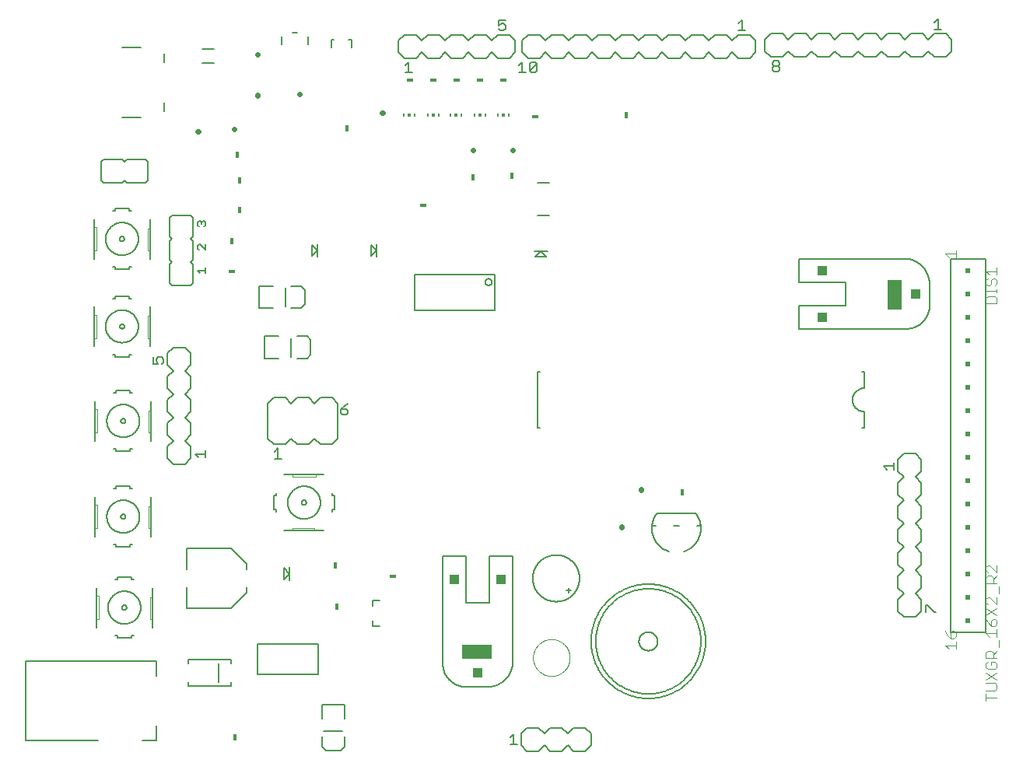
<source format=gto>
G75*
%MOIN*%
%OFA0B0*%
%FSLAX25Y25*%
%IPPOS*%
%LPD*%
%AMOC8*
5,1,8,0,0,1.08239X$1,22.5*
%
%ADD10C,0.02200*%
%ADD11C,0.00600*%
%ADD12C,0.00800*%
%ADD13C,0.00500*%
%ADD14C,0.00700*%
%ADD15C,0.00400*%
%ADD16R,0.02000X0.02000*%
%ADD17R,0.00591X0.01181*%
%ADD18R,0.01181X0.01181*%
%ADD19R,0.01800X0.03000*%
%ADD20R,0.03000X0.01800*%
%ADD21C,0.00200*%
%ADD22R,0.04000X0.04000*%
%ADD23R,0.13000X0.06000*%
%ADD24R,0.06000X0.13000*%
D10*
X0256333Y0266547D02*
X0256333Y0266787D01*
X0273333Y0266787D02*
X0273333Y0266547D01*
X0217453Y0282667D02*
X0217213Y0282667D01*
X0181953Y0290667D02*
X0181713Y0290667D01*
X0163833Y0290287D02*
X0163833Y0290047D01*
X0153833Y0275787D02*
X0153833Y0275547D01*
X0138453Y0274667D02*
X0138213Y0274667D01*
X0163833Y0307547D02*
X0163833Y0307787D01*
X0328333Y0121287D02*
X0328333Y0121047D01*
X0319833Y0105287D02*
X0319833Y0105047D01*
D11*
X0297333Y0079167D02*
X0297333Y0078167D01*
X0297333Y0077167D01*
X0297333Y0078167D02*
X0296333Y0078167D01*
X0297333Y0078167D02*
X0298333Y0078167D01*
X0281833Y0083167D02*
X0281836Y0083412D01*
X0281845Y0083658D01*
X0281860Y0083903D01*
X0281881Y0084147D01*
X0281908Y0084391D01*
X0281941Y0084634D01*
X0281980Y0084877D01*
X0282025Y0085118D01*
X0282076Y0085358D01*
X0282133Y0085597D01*
X0282195Y0085834D01*
X0282264Y0086070D01*
X0282338Y0086304D01*
X0282418Y0086536D01*
X0282503Y0086766D01*
X0282594Y0086994D01*
X0282691Y0087219D01*
X0282793Y0087443D01*
X0282901Y0087663D01*
X0283014Y0087881D01*
X0283132Y0088096D01*
X0283256Y0088308D01*
X0283384Y0088517D01*
X0283518Y0088723D01*
X0283657Y0088925D01*
X0283801Y0089124D01*
X0283950Y0089319D01*
X0284103Y0089511D01*
X0284261Y0089699D01*
X0284423Y0089883D01*
X0284591Y0090062D01*
X0284762Y0090238D01*
X0284938Y0090409D01*
X0285117Y0090577D01*
X0285301Y0090739D01*
X0285489Y0090897D01*
X0285681Y0091050D01*
X0285876Y0091199D01*
X0286075Y0091343D01*
X0286277Y0091482D01*
X0286483Y0091616D01*
X0286692Y0091744D01*
X0286904Y0091868D01*
X0287119Y0091986D01*
X0287337Y0092099D01*
X0287557Y0092207D01*
X0287781Y0092309D01*
X0288006Y0092406D01*
X0288234Y0092497D01*
X0288464Y0092582D01*
X0288696Y0092662D01*
X0288930Y0092736D01*
X0289166Y0092805D01*
X0289403Y0092867D01*
X0289642Y0092924D01*
X0289882Y0092975D01*
X0290123Y0093020D01*
X0290366Y0093059D01*
X0290609Y0093092D01*
X0290853Y0093119D01*
X0291097Y0093140D01*
X0291342Y0093155D01*
X0291588Y0093164D01*
X0291833Y0093167D01*
X0292078Y0093164D01*
X0292324Y0093155D01*
X0292569Y0093140D01*
X0292813Y0093119D01*
X0293057Y0093092D01*
X0293300Y0093059D01*
X0293543Y0093020D01*
X0293784Y0092975D01*
X0294024Y0092924D01*
X0294263Y0092867D01*
X0294500Y0092805D01*
X0294736Y0092736D01*
X0294970Y0092662D01*
X0295202Y0092582D01*
X0295432Y0092497D01*
X0295660Y0092406D01*
X0295885Y0092309D01*
X0296109Y0092207D01*
X0296329Y0092099D01*
X0296547Y0091986D01*
X0296762Y0091868D01*
X0296974Y0091744D01*
X0297183Y0091616D01*
X0297389Y0091482D01*
X0297591Y0091343D01*
X0297790Y0091199D01*
X0297985Y0091050D01*
X0298177Y0090897D01*
X0298365Y0090739D01*
X0298549Y0090577D01*
X0298728Y0090409D01*
X0298904Y0090238D01*
X0299075Y0090062D01*
X0299243Y0089883D01*
X0299405Y0089699D01*
X0299563Y0089511D01*
X0299716Y0089319D01*
X0299865Y0089124D01*
X0300009Y0088925D01*
X0300148Y0088723D01*
X0300282Y0088517D01*
X0300410Y0088308D01*
X0300534Y0088096D01*
X0300652Y0087881D01*
X0300765Y0087663D01*
X0300873Y0087443D01*
X0300975Y0087219D01*
X0301072Y0086994D01*
X0301163Y0086766D01*
X0301248Y0086536D01*
X0301328Y0086304D01*
X0301402Y0086070D01*
X0301471Y0085834D01*
X0301533Y0085597D01*
X0301590Y0085358D01*
X0301641Y0085118D01*
X0301686Y0084877D01*
X0301725Y0084634D01*
X0301758Y0084391D01*
X0301785Y0084147D01*
X0301806Y0083903D01*
X0301821Y0083658D01*
X0301830Y0083412D01*
X0301833Y0083167D01*
X0301830Y0082922D01*
X0301821Y0082676D01*
X0301806Y0082431D01*
X0301785Y0082187D01*
X0301758Y0081943D01*
X0301725Y0081700D01*
X0301686Y0081457D01*
X0301641Y0081216D01*
X0301590Y0080976D01*
X0301533Y0080737D01*
X0301471Y0080500D01*
X0301402Y0080264D01*
X0301328Y0080030D01*
X0301248Y0079798D01*
X0301163Y0079568D01*
X0301072Y0079340D01*
X0300975Y0079115D01*
X0300873Y0078891D01*
X0300765Y0078671D01*
X0300652Y0078453D01*
X0300534Y0078238D01*
X0300410Y0078026D01*
X0300282Y0077817D01*
X0300148Y0077611D01*
X0300009Y0077409D01*
X0299865Y0077210D01*
X0299716Y0077015D01*
X0299563Y0076823D01*
X0299405Y0076635D01*
X0299243Y0076451D01*
X0299075Y0076272D01*
X0298904Y0076096D01*
X0298728Y0075925D01*
X0298549Y0075757D01*
X0298365Y0075595D01*
X0298177Y0075437D01*
X0297985Y0075284D01*
X0297790Y0075135D01*
X0297591Y0074991D01*
X0297389Y0074852D01*
X0297183Y0074718D01*
X0296974Y0074590D01*
X0296762Y0074466D01*
X0296547Y0074348D01*
X0296329Y0074235D01*
X0296109Y0074127D01*
X0295885Y0074025D01*
X0295660Y0073928D01*
X0295432Y0073837D01*
X0295202Y0073752D01*
X0294970Y0073672D01*
X0294736Y0073598D01*
X0294500Y0073529D01*
X0294263Y0073467D01*
X0294024Y0073410D01*
X0293784Y0073359D01*
X0293543Y0073314D01*
X0293300Y0073275D01*
X0293057Y0073242D01*
X0292813Y0073215D01*
X0292569Y0073194D01*
X0292324Y0073179D01*
X0292078Y0073170D01*
X0291833Y0073167D01*
X0291588Y0073170D01*
X0291342Y0073179D01*
X0291097Y0073194D01*
X0290853Y0073215D01*
X0290609Y0073242D01*
X0290366Y0073275D01*
X0290123Y0073314D01*
X0289882Y0073359D01*
X0289642Y0073410D01*
X0289403Y0073467D01*
X0289166Y0073529D01*
X0288930Y0073598D01*
X0288696Y0073672D01*
X0288464Y0073752D01*
X0288234Y0073837D01*
X0288006Y0073928D01*
X0287781Y0074025D01*
X0287557Y0074127D01*
X0287337Y0074235D01*
X0287119Y0074348D01*
X0286904Y0074466D01*
X0286692Y0074590D01*
X0286483Y0074718D01*
X0286277Y0074852D01*
X0286075Y0074991D01*
X0285876Y0075135D01*
X0285681Y0075284D01*
X0285489Y0075437D01*
X0285301Y0075595D01*
X0285117Y0075757D01*
X0284938Y0075925D01*
X0284762Y0076096D01*
X0284591Y0076272D01*
X0284423Y0076451D01*
X0284261Y0076635D01*
X0284103Y0076823D01*
X0283950Y0077015D01*
X0283801Y0077210D01*
X0283657Y0077409D01*
X0283518Y0077611D01*
X0283384Y0077817D01*
X0283256Y0078026D01*
X0283132Y0078238D01*
X0283014Y0078453D01*
X0282901Y0078671D01*
X0282793Y0078891D01*
X0282691Y0079115D01*
X0282594Y0079340D01*
X0282503Y0079568D01*
X0282418Y0079798D01*
X0282338Y0080030D01*
X0282264Y0080264D01*
X0282195Y0080500D01*
X0282133Y0080737D01*
X0282076Y0080976D01*
X0282025Y0081216D01*
X0281980Y0081457D01*
X0281941Y0081700D01*
X0281908Y0081943D01*
X0281881Y0082187D01*
X0281860Y0082431D01*
X0281845Y0082676D01*
X0281836Y0082922D01*
X0281833Y0083167D01*
X0262833Y0072667D02*
X0253833Y0072667D01*
X0279333Y0019167D02*
X0276833Y0016667D01*
X0276833Y0011667D01*
X0279333Y0009167D01*
X0284333Y0009167D01*
X0286833Y0011667D01*
X0289333Y0009167D01*
X0294333Y0009167D01*
X0296833Y0011667D01*
X0299333Y0009167D01*
X0304333Y0009167D01*
X0306833Y0011667D01*
X0306833Y0016667D01*
X0304333Y0019167D01*
X0299333Y0019167D01*
X0296833Y0016667D01*
X0294333Y0019167D01*
X0289333Y0019167D01*
X0286833Y0016667D01*
X0284333Y0019167D01*
X0279333Y0019167D01*
X0327333Y0056167D02*
X0327335Y0056293D01*
X0327341Y0056419D01*
X0327351Y0056545D01*
X0327365Y0056671D01*
X0327383Y0056796D01*
X0327405Y0056920D01*
X0327430Y0057044D01*
X0327460Y0057167D01*
X0327493Y0057288D01*
X0327531Y0057409D01*
X0327572Y0057528D01*
X0327617Y0057647D01*
X0327665Y0057763D01*
X0327717Y0057878D01*
X0327773Y0057991D01*
X0327833Y0058103D01*
X0327896Y0058212D01*
X0327962Y0058320D01*
X0328031Y0058425D01*
X0328104Y0058528D01*
X0328181Y0058629D01*
X0328260Y0058727D01*
X0328342Y0058823D01*
X0328428Y0058916D01*
X0328516Y0059007D01*
X0328607Y0059094D01*
X0328701Y0059179D01*
X0328797Y0059260D01*
X0328896Y0059339D01*
X0328997Y0059414D01*
X0329101Y0059486D01*
X0329207Y0059555D01*
X0329315Y0059621D01*
X0329425Y0059683D01*
X0329537Y0059741D01*
X0329650Y0059796D01*
X0329766Y0059847D01*
X0329883Y0059895D01*
X0330001Y0059939D01*
X0330121Y0059979D01*
X0330242Y0060015D01*
X0330364Y0060048D01*
X0330487Y0060077D01*
X0330611Y0060101D01*
X0330735Y0060122D01*
X0330860Y0060139D01*
X0330986Y0060152D01*
X0331112Y0060161D01*
X0331238Y0060166D01*
X0331365Y0060167D01*
X0331491Y0060164D01*
X0331617Y0060157D01*
X0331743Y0060146D01*
X0331868Y0060131D01*
X0331993Y0060112D01*
X0332117Y0060089D01*
X0332241Y0060063D01*
X0332363Y0060032D01*
X0332485Y0059998D01*
X0332605Y0059959D01*
X0332724Y0059917D01*
X0332842Y0059872D01*
X0332958Y0059822D01*
X0333073Y0059769D01*
X0333185Y0059712D01*
X0333296Y0059652D01*
X0333405Y0059588D01*
X0333512Y0059521D01*
X0333617Y0059451D01*
X0333720Y0059377D01*
X0333820Y0059300D01*
X0333918Y0059220D01*
X0334013Y0059137D01*
X0334105Y0059051D01*
X0334195Y0058962D01*
X0334282Y0058870D01*
X0334365Y0058776D01*
X0334446Y0058679D01*
X0334524Y0058579D01*
X0334599Y0058477D01*
X0334670Y0058373D01*
X0334738Y0058266D01*
X0334802Y0058158D01*
X0334863Y0058047D01*
X0334921Y0057935D01*
X0334975Y0057821D01*
X0335025Y0057705D01*
X0335072Y0057588D01*
X0335115Y0057469D01*
X0335154Y0057349D01*
X0335190Y0057228D01*
X0335221Y0057105D01*
X0335249Y0056982D01*
X0335273Y0056858D01*
X0335293Y0056733D01*
X0335309Y0056608D01*
X0335321Y0056482D01*
X0335329Y0056356D01*
X0335333Y0056230D01*
X0335333Y0056104D01*
X0335329Y0055978D01*
X0335321Y0055852D01*
X0335309Y0055726D01*
X0335293Y0055601D01*
X0335273Y0055476D01*
X0335249Y0055352D01*
X0335221Y0055229D01*
X0335190Y0055106D01*
X0335154Y0054985D01*
X0335115Y0054865D01*
X0335072Y0054746D01*
X0335025Y0054629D01*
X0334975Y0054513D01*
X0334921Y0054399D01*
X0334863Y0054287D01*
X0334802Y0054176D01*
X0334738Y0054068D01*
X0334670Y0053961D01*
X0334599Y0053857D01*
X0334524Y0053755D01*
X0334446Y0053655D01*
X0334365Y0053558D01*
X0334282Y0053464D01*
X0334195Y0053372D01*
X0334105Y0053283D01*
X0334013Y0053197D01*
X0333918Y0053114D01*
X0333820Y0053034D01*
X0333720Y0052957D01*
X0333617Y0052883D01*
X0333512Y0052813D01*
X0333405Y0052746D01*
X0333296Y0052682D01*
X0333185Y0052622D01*
X0333073Y0052565D01*
X0332958Y0052512D01*
X0332842Y0052462D01*
X0332724Y0052417D01*
X0332605Y0052375D01*
X0332485Y0052336D01*
X0332363Y0052302D01*
X0332241Y0052271D01*
X0332117Y0052245D01*
X0331993Y0052222D01*
X0331868Y0052203D01*
X0331743Y0052188D01*
X0331617Y0052177D01*
X0331491Y0052170D01*
X0331365Y0052167D01*
X0331238Y0052168D01*
X0331112Y0052173D01*
X0330986Y0052182D01*
X0330860Y0052195D01*
X0330735Y0052212D01*
X0330611Y0052233D01*
X0330487Y0052257D01*
X0330364Y0052286D01*
X0330242Y0052319D01*
X0330121Y0052355D01*
X0330001Y0052395D01*
X0329883Y0052439D01*
X0329766Y0052487D01*
X0329650Y0052538D01*
X0329537Y0052593D01*
X0329425Y0052651D01*
X0329315Y0052713D01*
X0329207Y0052779D01*
X0329101Y0052848D01*
X0328997Y0052920D01*
X0328896Y0052995D01*
X0328797Y0053074D01*
X0328701Y0053155D01*
X0328607Y0053240D01*
X0328516Y0053327D01*
X0328428Y0053418D01*
X0328342Y0053511D01*
X0328260Y0053607D01*
X0328181Y0053705D01*
X0328104Y0053806D01*
X0328031Y0053909D01*
X0327962Y0054014D01*
X0327896Y0054122D01*
X0327833Y0054231D01*
X0327773Y0054343D01*
X0327717Y0054456D01*
X0327665Y0054571D01*
X0327617Y0054687D01*
X0327572Y0054806D01*
X0327531Y0054925D01*
X0327493Y0055046D01*
X0327460Y0055167D01*
X0327430Y0055290D01*
X0327405Y0055414D01*
X0327383Y0055538D01*
X0327365Y0055663D01*
X0327351Y0055789D01*
X0327341Y0055915D01*
X0327335Y0056041D01*
X0327333Y0056167D01*
X0306833Y0056167D02*
X0306840Y0056768D01*
X0306863Y0057369D01*
X0306899Y0057969D01*
X0306951Y0058568D01*
X0307017Y0059166D01*
X0307098Y0059762D01*
X0307194Y0060356D01*
X0307304Y0060947D01*
X0307428Y0061535D01*
X0307567Y0062120D01*
X0307720Y0062701D01*
X0307888Y0063279D01*
X0308070Y0063852D01*
X0308265Y0064421D01*
X0308475Y0064984D01*
X0308698Y0065543D01*
X0308935Y0066095D01*
X0309185Y0066642D01*
X0309449Y0067182D01*
X0309726Y0067716D01*
X0310016Y0068243D01*
X0310319Y0068763D01*
X0310634Y0069274D01*
X0310962Y0069778D01*
X0311302Y0070274D01*
X0311654Y0070762D01*
X0312019Y0071240D01*
X0312394Y0071710D01*
X0312781Y0072170D01*
X0313180Y0072620D01*
X0313589Y0073061D01*
X0314009Y0073491D01*
X0314439Y0073911D01*
X0314880Y0074320D01*
X0315330Y0074719D01*
X0315790Y0075106D01*
X0316260Y0075481D01*
X0316738Y0075846D01*
X0317226Y0076198D01*
X0317722Y0076538D01*
X0318226Y0076866D01*
X0318737Y0077181D01*
X0319257Y0077484D01*
X0319784Y0077774D01*
X0320318Y0078051D01*
X0320858Y0078315D01*
X0321405Y0078565D01*
X0321957Y0078802D01*
X0322516Y0079025D01*
X0323079Y0079235D01*
X0323648Y0079430D01*
X0324221Y0079612D01*
X0324799Y0079780D01*
X0325380Y0079933D01*
X0325965Y0080072D01*
X0326553Y0080196D01*
X0327144Y0080306D01*
X0327738Y0080402D01*
X0328334Y0080483D01*
X0328932Y0080549D01*
X0329531Y0080601D01*
X0330131Y0080637D01*
X0330732Y0080660D01*
X0331333Y0080667D01*
X0331934Y0080660D01*
X0332535Y0080637D01*
X0333135Y0080601D01*
X0333734Y0080549D01*
X0334332Y0080483D01*
X0334928Y0080402D01*
X0335522Y0080306D01*
X0336113Y0080196D01*
X0336701Y0080072D01*
X0337286Y0079933D01*
X0337867Y0079780D01*
X0338445Y0079612D01*
X0339018Y0079430D01*
X0339587Y0079235D01*
X0340150Y0079025D01*
X0340709Y0078802D01*
X0341261Y0078565D01*
X0341808Y0078315D01*
X0342348Y0078051D01*
X0342882Y0077774D01*
X0343409Y0077484D01*
X0343929Y0077181D01*
X0344440Y0076866D01*
X0344944Y0076538D01*
X0345440Y0076198D01*
X0345928Y0075846D01*
X0346406Y0075481D01*
X0346876Y0075106D01*
X0347336Y0074719D01*
X0347786Y0074320D01*
X0348227Y0073911D01*
X0348657Y0073491D01*
X0349077Y0073061D01*
X0349486Y0072620D01*
X0349885Y0072170D01*
X0350272Y0071710D01*
X0350647Y0071240D01*
X0351012Y0070762D01*
X0351364Y0070274D01*
X0351704Y0069778D01*
X0352032Y0069274D01*
X0352347Y0068763D01*
X0352650Y0068243D01*
X0352940Y0067716D01*
X0353217Y0067182D01*
X0353481Y0066642D01*
X0353731Y0066095D01*
X0353968Y0065543D01*
X0354191Y0064984D01*
X0354401Y0064421D01*
X0354596Y0063852D01*
X0354778Y0063279D01*
X0354946Y0062701D01*
X0355099Y0062120D01*
X0355238Y0061535D01*
X0355362Y0060947D01*
X0355472Y0060356D01*
X0355568Y0059762D01*
X0355649Y0059166D01*
X0355715Y0058568D01*
X0355767Y0057969D01*
X0355803Y0057369D01*
X0355826Y0056768D01*
X0355833Y0056167D01*
X0355826Y0055566D01*
X0355803Y0054965D01*
X0355767Y0054365D01*
X0355715Y0053766D01*
X0355649Y0053168D01*
X0355568Y0052572D01*
X0355472Y0051978D01*
X0355362Y0051387D01*
X0355238Y0050799D01*
X0355099Y0050214D01*
X0354946Y0049633D01*
X0354778Y0049055D01*
X0354596Y0048482D01*
X0354401Y0047913D01*
X0354191Y0047350D01*
X0353968Y0046791D01*
X0353731Y0046239D01*
X0353481Y0045692D01*
X0353217Y0045152D01*
X0352940Y0044618D01*
X0352650Y0044091D01*
X0352347Y0043571D01*
X0352032Y0043060D01*
X0351704Y0042556D01*
X0351364Y0042060D01*
X0351012Y0041572D01*
X0350647Y0041094D01*
X0350272Y0040624D01*
X0349885Y0040164D01*
X0349486Y0039714D01*
X0349077Y0039273D01*
X0348657Y0038843D01*
X0348227Y0038423D01*
X0347786Y0038014D01*
X0347336Y0037615D01*
X0346876Y0037228D01*
X0346406Y0036853D01*
X0345928Y0036488D01*
X0345440Y0036136D01*
X0344944Y0035796D01*
X0344440Y0035468D01*
X0343929Y0035153D01*
X0343409Y0034850D01*
X0342882Y0034560D01*
X0342348Y0034283D01*
X0341808Y0034019D01*
X0341261Y0033769D01*
X0340709Y0033532D01*
X0340150Y0033309D01*
X0339587Y0033099D01*
X0339018Y0032904D01*
X0338445Y0032722D01*
X0337867Y0032554D01*
X0337286Y0032401D01*
X0336701Y0032262D01*
X0336113Y0032138D01*
X0335522Y0032028D01*
X0334928Y0031932D01*
X0334332Y0031851D01*
X0333734Y0031785D01*
X0333135Y0031733D01*
X0332535Y0031697D01*
X0331934Y0031674D01*
X0331333Y0031667D01*
X0330732Y0031674D01*
X0330131Y0031697D01*
X0329531Y0031733D01*
X0328932Y0031785D01*
X0328334Y0031851D01*
X0327738Y0031932D01*
X0327144Y0032028D01*
X0326553Y0032138D01*
X0325965Y0032262D01*
X0325380Y0032401D01*
X0324799Y0032554D01*
X0324221Y0032722D01*
X0323648Y0032904D01*
X0323079Y0033099D01*
X0322516Y0033309D01*
X0321957Y0033532D01*
X0321405Y0033769D01*
X0320858Y0034019D01*
X0320318Y0034283D01*
X0319784Y0034560D01*
X0319257Y0034850D01*
X0318737Y0035153D01*
X0318226Y0035468D01*
X0317722Y0035796D01*
X0317226Y0036136D01*
X0316738Y0036488D01*
X0316260Y0036853D01*
X0315790Y0037228D01*
X0315330Y0037615D01*
X0314880Y0038014D01*
X0314439Y0038423D01*
X0314009Y0038843D01*
X0313589Y0039273D01*
X0313180Y0039714D01*
X0312781Y0040164D01*
X0312394Y0040624D01*
X0312019Y0041094D01*
X0311654Y0041572D01*
X0311302Y0042060D01*
X0310962Y0042556D01*
X0310634Y0043060D01*
X0310319Y0043571D01*
X0310016Y0044091D01*
X0309726Y0044618D01*
X0309449Y0045152D01*
X0309185Y0045692D01*
X0308935Y0046239D01*
X0308698Y0046791D01*
X0308475Y0047350D01*
X0308265Y0047913D01*
X0308070Y0048482D01*
X0307888Y0049055D01*
X0307720Y0049633D01*
X0307567Y0050214D01*
X0307428Y0050799D01*
X0307304Y0051387D01*
X0307194Y0051978D01*
X0307098Y0052572D01*
X0307017Y0053168D01*
X0306951Y0053766D01*
X0306899Y0054365D01*
X0306863Y0054965D01*
X0306840Y0055566D01*
X0306833Y0056167D01*
X0308833Y0056167D02*
X0308840Y0056719D01*
X0308860Y0057271D01*
X0308894Y0057822D01*
X0308941Y0058372D01*
X0309002Y0058921D01*
X0309077Y0059468D01*
X0309164Y0060014D01*
X0309265Y0060557D01*
X0309380Y0061097D01*
X0309507Y0061634D01*
X0309648Y0062168D01*
X0309802Y0062698D01*
X0309969Y0063225D01*
X0310148Y0063747D01*
X0310341Y0064265D01*
X0310546Y0064777D01*
X0310763Y0065285D01*
X0310993Y0065787D01*
X0311235Y0066283D01*
X0311490Y0066773D01*
X0311756Y0067257D01*
X0312034Y0067734D01*
X0312324Y0068204D01*
X0312625Y0068667D01*
X0312937Y0069123D01*
X0313261Y0069570D01*
X0313595Y0070010D01*
X0313940Y0070441D01*
X0314296Y0070863D01*
X0314662Y0071277D01*
X0315037Y0071682D01*
X0315423Y0072077D01*
X0315818Y0072463D01*
X0316223Y0072838D01*
X0316637Y0073204D01*
X0317059Y0073560D01*
X0317490Y0073905D01*
X0317930Y0074239D01*
X0318377Y0074563D01*
X0318833Y0074875D01*
X0319296Y0075176D01*
X0319766Y0075466D01*
X0320243Y0075744D01*
X0320727Y0076010D01*
X0321217Y0076265D01*
X0321713Y0076507D01*
X0322215Y0076737D01*
X0322723Y0076954D01*
X0323235Y0077159D01*
X0323753Y0077352D01*
X0324275Y0077531D01*
X0324802Y0077698D01*
X0325332Y0077852D01*
X0325866Y0077993D01*
X0326403Y0078120D01*
X0326943Y0078235D01*
X0327486Y0078336D01*
X0328032Y0078423D01*
X0328579Y0078498D01*
X0329128Y0078559D01*
X0329678Y0078606D01*
X0330229Y0078640D01*
X0330781Y0078660D01*
X0331333Y0078667D01*
X0331885Y0078660D01*
X0332437Y0078640D01*
X0332988Y0078606D01*
X0333538Y0078559D01*
X0334087Y0078498D01*
X0334634Y0078423D01*
X0335180Y0078336D01*
X0335723Y0078235D01*
X0336263Y0078120D01*
X0336800Y0077993D01*
X0337334Y0077852D01*
X0337864Y0077698D01*
X0338391Y0077531D01*
X0338913Y0077352D01*
X0339431Y0077159D01*
X0339943Y0076954D01*
X0340451Y0076737D01*
X0340953Y0076507D01*
X0341449Y0076265D01*
X0341939Y0076010D01*
X0342423Y0075744D01*
X0342900Y0075466D01*
X0343370Y0075176D01*
X0343833Y0074875D01*
X0344289Y0074563D01*
X0344736Y0074239D01*
X0345176Y0073905D01*
X0345607Y0073560D01*
X0346029Y0073204D01*
X0346443Y0072838D01*
X0346848Y0072463D01*
X0347243Y0072077D01*
X0347629Y0071682D01*
X0348004Y0071277D01*
X0348370Y0070863D01*
X0348726Y0070441D01*
X0349071Y0070010D01*
X0349405Y0069570D01*
X0349729Y0069123D01*
X0350041Y0068667D01*
X0350342Y0068204D01*
X0350632Y0067734D01*
X0350910Y0067257D01*
X0351176Y0066773D01*
X0351431Y0066283D01*
X0351673Y0065787D01*
X0351903Y0065285D01*
X0352120Y0064777D01*
X0352325Y0064265D01*
X0352518Y0063747D01*
X0352697Y0063225D01*
X0352864Y0062698D01*
X0353018Y0062168D01*
X0353159Y0061634D01*
X0353286Y0061097D01*
X0353401Y0060557D01*
X0353502Y0060014D01*
X0353589Y0059468D01*
X0353664Y0058921D01*
X0353725Y0058372D01*
X0353772Y0057822D01*
X0353806Y0057271D01*
X0353826Y0056719D01*
X0353833Y0056167D01*
X0353826Y0055615D01*
X0353806Y0055063D01*
X0353772Y0054512D01*
X0353725Y0053962D01*
X0353664Y0053413D01*
X0353589Y0052866D01*
X0353502Y0052320D01*
X0353401Y0051777D01*
X0353286Y0051237D01*
X0353159Y0050700D01*
X0353018Y0050166D01*
X0352864Y0049636D01*
X0352697Y0049109D01*
X0352518Y0048587D01*
X0352325Y0048069D01*
X0352120Y0047557D01*
X0351903Y0047049D01*
X0351673Y0046547D01*
X0351431Y0046051D01*
X0351176Y0045561D01*
X0350910Y0045077D01*
X0350632Y0044600D01*
X0350342Y0044130D01*
X0350041Y0043667D01*
X0349729Y0043211D01*
X0349405Y0042764D01*
X0349071Y0042324D01*
X0348726Y0041893D01*
X0348370Y0041471D01*
X0348004Y0041057D01*
X0347629Y0040652D01*
X0347243Y0040257D01*
X0346848Y0039871D01*
X0346443Y0039496D01*
X0346029Y0039130D01*
X0345607Y0038774D01*
X0345176Y0038429D01*
X0344736Y0038095D01*
X0344289Y0037771D01*
X0343833Y0037459D01*
X0343370Y0037158D01*
X0342900Y0036868D01*
X0342423Y0036590D01*
X0341939Y0036324D01*
X0341449Y0036069D01*
X0340953Y0035827D01*
X0340451Y0035597D01*
X0339943Y0035380D01*
X0339431Y0035175D01*
X0338913Y0034982D01*
X0338391Y0034803D01*
X0337864Y0034636D01*
X0337334Y0034482D01*
X0336800Y0034341D01*
X0336263Y0034214D01*
X0335723Y0034099D01*
X0335180Y0033998D01*
X0334634Y0033911D01*
X0334087Y0033836D01*
X0333538Y0033775D01*
X0332988Y0033728D01*
X0332437Y0033694D01*
X0331885Y0033674D01*
X0331333Y0033667D01*
X0330781Y0033674D01*
X0330229Y0033694D01*
X0329678Y0033728D01*
X0329128Y0033775D01*
X0328579Y0033836D01*
X0328032Y0033911D01*
X0327486Y0033998D01*
X0326943Y0034099D01*
X0326403Y0034214D01*
X0325866Y0034341D01*
X0325332Y0034482D01*
X0324802Y0034636D01*
X0324275Y0034803D01*
X0323753Y0034982D01*
X0323235Y0035175D01*
X0322723Y0035380D01*
X0322215Y0035597D01*
X0321713Y0035827D01*
X0321217Y0036069D01*
X0320727Y0036324D01*
X0320243Y0036590D01*
X0319766Y0036868D01*
X0319296Y0037158D01*
X0318833Y0037459D01*
X0318377Y0037771D01*
X0317930Y0038095D01*
X0317490Y0038429D01*
X0317059Y0038774D01*
X0316637Y0039130D01*
X0316223Y0039496D01*
X0315818Y0039871D01*
X0315423Y0040257D01*
X0315037Y0040652D01*
X0314662Y0041057D01*
X0314296Y0041471D01*
X0313940Y0041893D01*
X0313595Y0042324D01*
X0313261Y0042764D01*
X0312937Y0043211D01*
X0312625Y0043667D01*
X0312324Y0044130D01*
X0312034Y0044600D01*
X0311756Y0045077D01*
X0311490Y0045561D01*
X0311235Y0046051D01*
X0310993Y0046547D01*
X0310763Y0047049D01*
X0310546Y0047557D01*
X0310341Y0048069D01*
X0310148Y0048587D01*
X0309969Y0049109D01*
X0309802Y0049636D01*
X0309648Y0050166D01*
X0309507Y0050700D01*
X0309380Y0051237D01*
X0309265Y0051777D01*
X0309164Y0052320D01*
X0309077Y0052866D01*
X0309002Y0053413D01*
X0308941Y0053962D01*
X0308894Y0054512D01*
X0308860Y0055063D01*
X0308840Y0055615D01*
X0308833Y0056167D01*
X0198333Y0143167D02*
X0195833Y0140667D01*
X0190833Y0140667D01*
X0188333Y0143167D01*
X0185833Y0140667D01*
X0180833Y0140667D01*
X0178333Y0143167D01*
X0175833Y0140667D01*
X0170833Y0140667D01*
X0168333Y0143167D01*
X0168333Y0158167D01*
X0170833Y0160667D01*
X0175833Y0160667D01*
X0178333Y0158167D01*
X0180833Y0160667D01*
X0185833Y0160667D01*
X0188333Y0158167D01*
X0190833Y0160667D01*
X0195833Y0160667D01*
X0198333Y0158167D01*
X0198333Y0143167D01*
X0192333Y0127667D02*
X0188833Y0127667D01*
X0178833Y0127667D01*
X0175333Y0127667D01*
X0171833Y0119667D02*
X0171833Y0118667D01*
X0170833Y0118667D01*
X0170833Y0112667D01*
X0171833Y0112667D01*
X0171833Y0111667D01*
X0175333Y0103667D02*
X0178833Y0103667D01*
X0188333Y0103667D01*
X0192333Y0103667D01*
X0195833Y0111667D02*
X0195833Y0112667D01*
X0196833Y0112667D01*
X0196833Y0118667D01*
X0195833Y0118667D01*
X0195833Y0119667D01*
X0182833Y0115667D02*
X0182835Y0115730D01*
X0182841Y0115792D01*
X0182851Y0115854D01*
X0182864Y0115916D01*
X0182882Y0115976D01*
X0182903Y0116035D01*
X0182928Y0116093D01*
X0182957Y0116149D01*
X0182989Y0116203D01*
X0183024Y0116255D01*
X0183062Y0116304D01*
X0183104Y0116352D01*
X0183148Y0116396D01*
X0183196Y0116438D01*
X0183245Y0116476D01*
X0183297Y0116511D01*
X0183351Y0116543D01*
X0183407Y0116572D01*
X0183465Y0116597D01*
X0183524Y0116618D01*
X0183584Y0116636D01*
X0183646Y0116649D01*
X0183708Y0116659D01*
X0183770Y0116665D01*
X0183833Y0116667D01*
X0183896Y0116665D01*
X0183958Y0116659D01*
X0184020Y0116649D01*
X0184082Y0116636D01*
X0184142Y0116618D01*
X0184201Y0116597D01*
X0184259Y0116572D01*
X0184315Y0116543D01*
X0184369Y0116511D01*
X0184421Y0116476D01*
X0184470Y0116438D01*
X0184518Y0116396D01*
X0184562Y0116352D01*
X0184604Y0116304D01*
X0184642Y0116255D01*
X0184677Y0116203D01*
X0184709Y0116149D01*
X0184738Y0116093D01*
X0184763Y0116035D01*
X0184784Y0115976D01*
X0184802Y0115916D01*
X0184815Y0115854D01*
X0184825Y0115792D01*
X0184831Y0115730D01*
X0184833Y0115667D01*
X0184831Y0115604D01*
X0184825Y0115542D01*
X0184815Y0115480D01*
X0184802Y0115418D01*
X0184784Y0115358D01*
X0184763Y0115299D01*
X0184738Y0115241D01*
X0184709Y0115185D01*
X0184677Y0115131D01*
X0184642Y0115079D01*
X0184604Y0115030D01*
X0184562Y0114982D01*
X0184518Y0114938D01*
X0184470Y0114896D01*
X0184421Y0114858D01*
X0184369Y0114823D01*
X0184315Y0114791D01*
X0184259Y0114762D01*
X0184201Y0114737D01*
X0184142Y0114716D01*
X0184082Y0114698D01*
X0184020Y0114685D01*
X0183958Y0114675D01*
X0183896Y0114669D01*
X0183833Y0114667D01*
X0183770Y0114669D01*
X0183708Y0114675D01*
X0183646Y0114685D01*
X0183584Y0114698D01*
X0183524Y0114716D01*
X0183465Y0114737D01*
X0183407Y0114762D01*
X0183351Y0114791D01*
X0183297Y0114823D01*
X0183245Y0114858D01*
X0183196Y0114896D01*
X0183148Y0114938D01*
X0183104Y0114982D01*
X0183062Y0115030D01*
X0183024Y0115079D01*
X0182989Y0115131D01*
X0182957Y0115185D01*
X0182928Y0115241D01*
X0182903Y0115299D01*
X0182882Y0115358D01*
X0182864Y0115418D01*
X0182851Y0115480D01*
X0182841Y0115542D01*
X0182835Y0115604D01*
X0182833Y0115667D01*
X0176833Y0115667D02*
X0176835Y0115839D01*
X0176841Y0116010D01*
X0176852Y0116182D01*
X0176867Y0116353D01*
X0176886Y0116524D01*
X0176909Y0116694D01*
X0176936Y0116864D01*
X0176968Y0117033D01*
X0177003Y0117201D01*
X0177043Y0117368D01*
X0177087Y0117534D01*
X0177134Y0117699D01*
X0177186Y0117863D01*
X0177242Y0118025D01*
X0177302Y0118186D01*
X0177366Y0118346D01*
X0177434Y0118504D01*
X0177505Y0118660D01*
X0177580Y0118814D01*
X0177660Y0118967D01*
X0177742Y0119117D01*
X0177829Y0119266D01*
X0177919Y0119412D01*
X0178013Y0119556D01*
X0178110Y0119698D01*
X0178211Y0119837D01*
X0178315Y0119974D01*
X0178422Y0120108D01*
X0178533Y0120239D01*
X0178646Y0120368D01*
X0178763Y0120494D01*
X0178883Y0120617D01*
X0179006Y0120737D01*
X0179132Y0120854D01*
X0179261Y0120967D01*
X0179392Y0121078D01*
X0179526Y0121185D01*
X0179663Y0121289D01*
X0179802Y0121390D01*
X0179944Y0121487D01*
X0180088Y0121581D01*
X0180234Y0121671D01*
X0180383Y0121758D01*
X0180533Y0121840D01*
X0180686Y0121920D01*
X0180840Y0121995D01*
X0180996Y0122066D01*
X0181154Y0122134D01*
X0181314Y0122198D01*
X0181475Y0122258D01*
X0181637Y0122314D01*
X0181801Y0122366D01*
X0181966Y0122413D01*
X0182132Y0122457D01*
X0182299Y0122497D01*
X0182467Y0122532D01*
X0182636Y0122564D01*
X0182806Y0122591D01*
X0182976Y0122614D01*
X0183147Y0122633D01*
X0183318Y0122648D01*
X0183490Y0122659D01*
X0183661Y0122665D01*
X0183833Y0122667D01*
X0184005Y0122665D01*
X0184176Y0122659D01*
X0184348Y0122648D01*
X0184519Y0122633D01*
X0184690Y0122614D01*
X0184860Y0122591D01*
X0185030Y0122564D01*
X0185199Y0122532D01*
X0185367Y0122497D01*
X0185534Y0122457D01*
X0185700Y0122413D01*
X0185865Y0122366D01*
X0186029Y0122314D01*
X0186191Y0122258D01*
X0186352Y0122198D01*
X0186512Y0122134D01*
X0186670Y0122066D01*
X0186826Y0121995D01*
X0186980Y0121920D01*
X0187133Y0121840D01*
X0187283Y0121758D01*
X0187432Y0121671D01*
X0187578Y0121581D01*
X0187722Y0121487D01*
X0187864Y0121390D01*
X0188003Y0121289D01*
X0188140Y0121185D01*
X0188274Y0121078D01*
X0188405Y0120967D01*
X0188534Y0120854D01*
X0188660Y0120737D01*
X0188783Y0120617D01*
X0188903Y0120494D01*
X0189020Y0120368D01*
X0189133Y0120239D01*
X0189244Y0120108D01*
X0189351Y0119974D01*
X0189455Y0119837D01*
X0189556Y0119698D01*
X0189653Y0119556D01*
X0189747Y0119412D01*
X0189837Y0119266D01*
X0189924Y0119117D01*
X0190006Y0118967D01*
X0190086Y0118814D01*
X0190161Y0118660D01*
X0190232Y0118504D01*
X0190300Y0118346D01*
X0190364Y0118186D01*
X0190424Y0118025D01*
X0190480Y0117863D01*
X0190532Y0117699D01*
X0190579Y0117534D01*
X0190623Y0117368D01*
X0190663Y0117201D01*
X0190698Y0117033D01*
X0190730Y0116864D01*
X0190757Y0116694D01*
X0190780Y0116524D01*
X0190799Y0116353D01*
X0190814Y0116182D01*
X0190825Y0116010D01*
X0190831Y0115839D01*
X0190833Y0115667D01*
X0190831Y0115495D01*
X0190825Y0115324D01*
X0190814Y0115152D01*
X0190799Y0114981D01*
X0190780Y0114810D01*
X0190757Y0114640D01*
X0190730Y0114470D01*
X0190698Y0114301D01*
X0190663Y0114133D01*
X0190623Y0113966D01*
X0190579Y0113800D01*
X0190532Y0113635D01*
X0190480Y0113471D01*
X0190424Y0113309D01*
X0190364Y0113148D01*
X0190300Y0112988D01*
X0190232Y0112830D01*
X0190161Y0112674D01*
X0190086Y0112520D01*
X0190006Y0112367D01*
X0189924Y0112217D01*
X0189837Y0112068D01*
X0189747Y0111922D01*
X0189653Y0111778D01*
X0189556Y0111636D01*
X0189455Y0111497D01*
X0189351Y0111360D01*
X0189244Y0111226D01*
X0189133Y0111095D01*
X0189020Y0110966D01*
X0188903Y0110840D01*
X0188783Y0110717D01*
X0188660Y0110597D01*
X0188534Y0110480D01*
X0188405Y0110367D01*
X0188274Y0110256D01*
X0188140Y0110149D01*
X0188003Y0110045D01*
X0187864Y0109944D01*
X0187722Y0109847D01*
X0187578Y0109753D01*
X0187432Y0109663D01*
X0187283Y0109576D01*
X0187133Y0109494D01*
X0186980Y0109414D01*
X0186826Y0109339D01*
X0186670Y0109268D01*
X0186512Y0109200D01*
X0186352Y0109136D01*
X0186191Y0109076D01*
X0186029Y0109020D01*
X0185865Y0108968D01*
X0185700Y0108921D01*
X0185534Y0108877D01*
X0185367Y0108837D01*
X0185199Y0108802D01*
X0185030Y0108770D01*
X0184860Y0108743D01*
X0184690Y0108720D01*
X0184519Y0108701D01*
X0184348Y0108686D01*
X0184176Y0108675D01*
X0184005Y0108669D01*
X0183833Y0108667D01*
X0183661Y0108669D01*
X0183490Y0108675D01*
X0183318Y0108686D01*
X0183147Y0108701D01*
X0182976Y0108720D01*
X0182806Y0108743D01*
X0182636Y0108770D01*
X0182467Y0108802D01*
X0182299Y0108837D01*
X0182132Y0108877D01*
X0181966Y0108921D01*
X0181801Y0108968D01*
X0181637Y0109020D01*
X0181475Y0109076D01*
X0181314Y0109136D01*
X0181154Y0109200D01*
X0180996Y0109268D01*
X0180840Y0109339D01*
X0180686Y0109414D01*
X0180533Y0109494D01*
X0180383Y0109576D01*
X0180234Y0109663D01*
X0180088Y0109753D01*
X0179944Y0109847D01*
X0179802Y0109944D01*
X0179663Y0110045D01*
X0179526Y0110149D01*
X0179392Y0110256D01*
X0179261Y0110367D01*
X0179132Y0110480D01*
X0179006Y0110597D01*
X0178883Y0110717D01*
X0178763Y0110840D01*
X0178646Y0110966D01*
X0178533Y0111095D01*
X0178422Y0111226D01*
X0178315Y0111360D01*
X0178211Y0111497D01*
X0178110Y0111636D01*
X0178013Y0111778D01*
X0177919Y0111922D01*
X0177829Y0112068D01*
X0177742Y0112217D01*
X0177660Y0112367D01*
X0177580Y0112520D01*
X0177505Y0112674D01*
X0177434Y0112830D01*
X0177366Y0112988D01*
X0177302Y0113148D01*
X0177242Y0113309D01*
X0177186Y0113471D01*
X0177134Y0113635D01*
X0177087Y0113800D01*
X0177043Y0113966D01*
X0177003Y0114133D01*
X0176968Y0114301D01*
X0176936Y0114470D01*
X0176909Y0114640D01*
X0176886Y0114810D01*
X0176867Y0114981D01*
X0176852Y0115152D01*
X0176841Y0115324D01*
X0176835Y0115495D01*
X0176833Y0115667D01*
X0135333Y0134667D02*
X0132833Y0132167D01*
X0127833Y0132167D01*
X0125333Y0134667D01*
X0125333Y0139667D01*
X0127833Y0142167D01*
X0125333Y0144667D01*
X0125333Y0149667D01*
X0127833Y0152167D01*
X0125333Y0154667D01*
X0125333Y0159667D01*
X0127833Y0162167D01*
X0125333Y0164667D01*
X0125333Y0169667D01*
X0127833Y0172167D01*
X0125333Y0174667D01*
X0125333Y0179667D01*
X0127833Y0182167D01*
X0132833Y0182167D01*
X0135333Y0179667D01*
X0135333Y0174667D01*
X0132833Y0172167D01*
X0135333Y0169667D01*
X0135333Y0164667D01*
X0132833Y0162167D01*
X0135333Y0159667D01*
X0135333Y0154667D01*
X0132833Y0152167D01*
X0135333Y0149667D01*
X0135333Y0144667D01*
X0132833Y0142167D01*
X0135333Y0139667D01*
X0135333Y0134667D01*
X0118333Y0142167D02*
X0118333Y0145667D01*
X0118333Y0155167D01*
X0118333Y0159167D01*
X0110333Y0162667D02*
X0109333Y0162667D01*
X0109333Y0163667D01*
X0103333Y0163667D01*
X0103333Y0162667D01*
X0102333Y0162667D01*
X0094333Y0159167D02*
X0094333Y0155667D01*
X0094333Y0145667D01*
X0094333Y0142167D01*
X0102333Y0138667D02*
X0103333Y0138667D01*
X0103333Y0137667D01*
X0109333Y0137667D01*
X0109333Y0138667D01*
X0110333Y0138667D01*
X0105333Y0150667D02*
X0105335Y0150730D01*
X0105341Y0150792D01*
X0105351Y0150854D01*
X0105364Y0150916D01*
X0105382Y0150976D01*
X0105403Y0151035D01*
X0105428Y0151093D01*
X0105457Y0151149D01*
X0105489Y0151203D01*
X0105524Y0151255D01*
X0105562Y0151304D01*
X0105604Y0151352D01*
X0105648Y0151396D01*
X0105696Y0151438D01*
X0105745Y0151476D01*
X0105797Y0151511D01*
X0105851Y0151543D01*
X0105907Y0151572D01*
X0105965Y0151597D01*
X0106024Y0151618D01*
X0106084Y0151636D01*
X0106146Y0151649D01*
X0106208Y0151659D01*
X0106270Y0151665D01*
X0106333Y0151667D01*
X0106396Y0151665D01*
X0106458Y0151659D01*
X0106520Y0151649D01*
X0106582Y0151636D01*
X0106642Y0151618D01*
X0106701Y0151597D01*
X0106759Y0151572D01*
X0106815Y0151543D01*
X0106869Y0151511D01*
X0106921Y0151476D01*
X0106970Y0151438D01*
X0107018Y0151396D01*
X0107062Y0151352D01*
X0107104Y0151304D01*
X0107142Y0151255D01*
X0107177Y0151203D01*
X0107209Y0151149D01*
X0107238Y0151093D01*
X0107263Y0151035D01*
X0107284Y0150976D01*
X0107302Y0150916D01*
X0107315Y0150854D01*
X0107325Y0150792D01*
X0107331Y0150730D01*
X0107333Y0150667D01*
X0107331Y0150604D01*
X0107325Y0150542D01*
X0107315Y0150480D01*
X0107302Y0150418D01*
X0107284Y0150358D01*
X0107263Y0150299D01*
X0107238Y0150241D01*
X0107209Y0150185D01*
X0107177Y0150131D01*
X0107142Y0150079D01*
X0107104Y0150030D01*
X0107062Y0149982D01*
X0107018Y0149938D01*
X0106970Y0149896D01*
X0106921Y0149858D01*
X0106869Y0149823D01*
X0106815Y0149791D01*
X0106759Y0149762D01*
X0106701Y0149737D01*
X0106642Y0149716D01*
X0106582Y0149698D01*
X0106520Y0149685D01*
X0106458Y0149675D01*
X0106396Y0149669D01*
X0106333Y0149667D01*
X0106270Y0149669D01*
X0106208Y0149675D01*
X0106146Y0149685D01*
X0106084Y0149698D01*
X0106024Y0149716D01*
X0105965Y0149737D01*
X0105907Y0149762D01*
X0105851Y0149791D01*
X0105797Y0149823D01*
X0105745Y0149858D01*
X0105696Y0149896D01*
X0105648Y0149938D01*
X0105604Y0149982D01*
X0105562Y0150030D01*
X0105524Y0150079D01*
X0105489Y0150131D01*
X0105457Y0150185D01*
X0105428Y0150241D01*
X0105403Y0150299D01*
X0105382Y0150358D01*
X0105364Y0150418D01*
X0105351Y0150480D01*
X0105341Y0150542D01*
X0105335Y0150604D01*
X0105333Y0150667D01*
X0099333Y0150667D02*
X0099335Y0150839D01*
X0099341Y0151010D01*
X0099352Y0151182D01*
X0099367Y0151353D01*
X0099386Y0151524D01*
X0099409Y0151694D01*
X0099436Y0151864D01*
X0099468Y0152033D01*
X0099503Y0152201D01*
X0099543Y0152368D01*
X0099587Y0152534D01*
X0099634Y0152699D01*
X0099686Y0152863D01*
X0099742Y0153025D01*
X0099802Y0153186D01*
X0099866Y0153346D01*
X0099934Y0153504D01*
X0100005Y0153660D01*
X0100080Y0153814D01*
X0100160Y0153967D01*
X0100242Y0154117D01*
X0100329Y0154266D01*
X0100419Y0154412D01*
X0100513Y0154556D01*
X0100610Y0154698D01*
X0100711Y0154837D01*
X0100815Y0154974D01*
X0100922Y0155108D01*
X0101033Y0155239D01*
X0101146Y0155368D01*
X0101263Y0155494D01*
X0101383Y0155617D01*
X0101506Y0155737D01*
X0101632Y0155854D01*
X0101761Y0155967D01*
X0101892Y0156078D01*
X0102026Y0156185D01*
X0102163Y0156289D01*
X0102302Y0156390D01*
X0102444Y0156487D01*
X0102588Y0156581D01*
X0102734Y0156671D01*
X0102883Y0156758D01*
X0103033Y0156840D01*
X0103186Y0156920D01*
X0103340Y0156995D01*
X0103496Y0157066D01*
X0103654Y0157134D01*
X0103814Y0157198D01*
X0103975Y0157258D01*
X0104137Y0157314D01*
X0104301Y0157366D01*
X0104466Y0157413D01*
X0104632Y0157457D01*
X0104799Y0157497D01*
X0104967Y0157532D01*
X0105136Y0157564D01*
X0105306Y0157591D01*
X0105476Y0157614D01*
X0105647Y0157633D01*
X0105818Y0157648D01*
X0105990Y0157659D01*
X0106161Y0157665D01*
X0106333Y0157667D01*
X0106505Y0157665D01*
X0106676Y0157659D01*
X0106848Y0157648D01*
X0107019Y0157633D01*
X0107190Y0157614D01*
X0107360Y0157591D01*
X0107530Y0157564D01*
X0107699Y0157532D01*
X0107867Y0157497D01*
X0108034Y0157457D01*
X0108200Y0157413D01*
X0108365Y0157366D01*
X0108529Y0157314D01*
X0108691Y0157258D01*
X0108852Y0157198D01*
X0109012Y0157134D01*
X0109170Y0157066D01*
X0109326Y0156995D01*
X0109480Y0156920D01*
X0109633Y0156840D01*
X0109783Y0156758D01*
X0109932Y0156671D01*
X0110078Y0156581D01*
X0110222Y0156487D01*
X0110364Y0156390D01*
X0110503Y0156289D01*
X0110640Y0156185D01*
X0110774Y0156078D01*
X0110905Y0155967D01*
X0111034Y0155854D01*
X0111160Y0155737D01*
X0111283Y0155617D01*
X0111403Y0155494D01*
X0111520Y0155368D01*
X0111633Y0155239D01*
X0111744Y0155108D01*
X0111851Y0154974D01*
X0111955Y0154837D01*
X0112056Y0154698D01*
X0112153Y0154556D01*
X0112247Y0154412D01*
X0112337Y0154266D01*
X0112424Y0154117D01*
X0112506Y0153967D01*
X0112586Y0153814D01*
X0112661Y0153660D01*
X0112732Y0153504D01*
X0112800Y0153346D01*
X0112864Y0153186D01*
X0112924Y0153025D01*
X0112980Y0152863D01*
X0113032Y0152699D01*
X0113079Y0152534D01*
X0113123Y0152368D01*
X0113163Y0152201D01*
X0113198Y0152033D01*
X0113230Y0151864D01*
X0113257Y0151694D01*
X0113280Y0151524D01*
X0113299Y0151353D01*
X0113314Y0151182D01*
X0113325Y0151010D01*
X0113331Y0150839D01*
X0113333Y0150667D01*
X0113331Y0150495D01*
X0113325Y0150324D01*
X0113314Y0150152D01*
X0113299Y0149981D01*
X0113280Y0149810D01*
X0113257Y0149640D01*
X0113230Y0149470D01*
X0113198Y0149301D01*
X0113163Y0149133D01*
X0113123Y0148966D01*
X0113079Y0148800D01*
X0113032Y0148635D01*
X0112980Y0148471D01*
X0112924Y0148309D01*
X0112864Y0148148D01*
X0112800Y0147988D01*
X0112732Y0147830D01*
X0112661Y0147674D01*
X0112586Y0147520D01*
X0112506Y0147367D01*
X0112424Y0147217D01*
X0112337Y0147068D01*
X0112247Y0146922D01*
X0112153Y0146778D01*
X0112056Y0146636D01*
X0111955Y0146497D01*
X0111851Y0146360D01*
X0111744Y0146226D01*
X0111633Y0146095D01*
X0111520Y0145966D01*
X0111403Y0145840D01*
X0111283Y0145717D01*
X0111160Y0145597D01*
X0111034Y0145480D01*
X0110905Y0145367D01*
X0110774Y0145256D01*
X0110640Y0145149D01*
X0110503Y0145045D01*
X0110364Y0144944D01*
X0110222Y0144847D01*
X0110078Y0144753D01*
X0109932Y0144663D01*
X0109783Y0144576D01*
X0109633Y0144494D01*
X0109480Y0144414D01*
X0109326Y0144339D01*
X0109170Y0144268D01*
X0109012Y0144200D01*
X0108852Y0144136D01*
X0108691Y0144076D01*
X0108529Y0144020D01*
X0108365Y0143968D01*
X0108200Y0143921D01*
X0108034Y0143877D01*
X0107867Y0143837D01*
X0107699Y0143802D01*
X0107530Y0143770D01*
X0107360Y0143743D01*
X0107190Y0143720D01*
X0107019Y0143701D01*
X0106848Y0143686D01*
X0106676Y0143675D01*
X0106505Y0143669D01*
X0106333Y0143667D01*
X0106161Y0143669D01*
X0105990Y0143675D01*
X0105818Y0143686D01*
X0105647Y0143701D01*
X0105476Y0143720D01*
X0105306Y0143743D01*
X0105136Y0143770D01*
X0104967Y0143802D01*
X0104799Y0143837D01*
X0104632Y0143877D01*
X0104466Y0143921D01*
X0104301Y0143968D01*
X0104137Y0144020D01*
X0103975Y0144076D01*
X0103814Y0144136D01*
X0103654Y0144200D01*
X0103496Y0144268D01*
X0103340Y0144339D01*
X0103186Y0144414D01*
X0103033Y0144494D01*
X0102883Y0144576D01*
X0102734Y0144663D01*
X0102588Y0144753D01*
X0102444Y0144847D01*
X0102302Y0144944D01*
X0102163Y0145045D01*
X0102026Y0145149D01*
X0101892Y0145256D01*
X0101761Y0145367D01*
X0101632Y0145480D01*
X0101506Y0145597D01*
X0101383Y0145717D01*
X0101263Y0145840D01*
X0101146Y0145966D01*
X0101033Y0146095D01*
X0100922Y0146226D01*
X0100815Y0146360D01*
X0100711Y0146497D01*
X0100610Y0146636D01*
X0100513Y0146778D01*
X0100419Y0146922D01*
X0100329Y0147068D01*
X0100242Y0147217D01*
X0100160Y0147367D01*
X0100080Y0147520D01*
X0100005Y0147674D01*
X0099934Y0147830D01*
X0099866Y0147988D01*
X0099802Y0148148D01*
X0099742Y0148309D01*
X0099686Y0148471D01*
X0099634Y0148635D01*
X0099587Y0148800D01*
X0099543Y0148966D01*
X0099503Y0149133D01*
X0099468Y0149301D01*
X0099436Y0149470D01*
X0099409Y0149640D01*
X0099386Y0149810D01*
X0099367Y0149981D01*
X0099352Y0150152D01*
X0099341Y0150324D01*
X0099335Y0150495D01*
X0099333Y0150667D01*
X0102833Y0178167D02*
X0108833Y0178167D01*
X0108833Y0179167D01*
X0109833Y0179167D01*
X0102833Y0179167D02*
X0101833Y0179167D01*
X0102833Y0179167D02*
X0102833Y0178167D01*
X0093833Y0182667D02*
X0093833Y0186167D01*
X0093833Y0196167D01*
X0093833Y0199667D01*
X0101833Y0203167D02*
X0102833Y0203167D01*
X0102833Y0204167D01*
X0108833Y0204167D01*
X0108833Y0203167D01*
X0109833Y0203167D01*
X0117833Y0199667D02*
X0117833Y0195667D01*
X0117833Y0186167D01*
X0117833Y0182667D01*
X0104833Y0191167D02*
X0104835Y0191230D01*
X0104841Y0191292D01*
X0104851Y0191354D01*
X0104864Y0191416D01*
X0104882Y0191476D01*
X0104903Y0191535D01*
X0104928Y0191593D01*
X0104957Y0191649D01*
X0104989Y0191703D01*
X0105024Y0191755D01*
X0105062Y0191804D01*
X0105104Y0191852D01*
X0105148Y0191896D01*
X0105196Y0191938D01*
X0105245Y0191976D01*
X0105297Y0192011D01*
X0105351Y0192043D01*
X0105407Y0192072D01*
X0105465Y0192097D01*
X0105524Y0192118D01*
X0105584Y0192136D01*
X0105646Y0192149D01*
X0105708Y0192159D01*
X0105770Y0192165D01*
X0105833Y0192167D01*
X0105896Y0192165D01*
X0105958Y0192159D01*
X0106020Y0192149D01*
X0106082Y0192136D01*
X0106142Y0192118D01*
X0106201Y0192097D01*
X0106259Y0192072D01*
X0106315Y0192043D01*
X0106369Y0192011D01*
X0106421Y0191976D01*
X0106470Y0191938D01*
X0106518Y0191896D01*
X0106562Y0191852D01*
X0106604Y0191804D01*
X0106642Y0191755D01*
X0106677Y0191703D01*
X0106709Y0191649D01*
X0106738Y0191593D01*
X0106763Y0191535D01*
X0106784Y0191476D01*
X0106802Y0191416D01*
X0106815Y0191354D01*
X0106825Y0191292D01*
X0106831Y0191230D01*
X0106833Y0191167D01*
X0106831Y0191104D01*
X0106825Y0191042D01*
X0106815Y0190980D01*
X0106802Y0190918D01*
X0106784Y0190858D01*
X0106763Y0190799D01*
X0106738Y0190741D01*
X0106709Y0190685D01*
X0106677Y0190631D01*
X0106642Y0190579D01*
X0106604Y0190530D01*
X0106562Y0190482D01*
X0106518Y0190438D01*
X0106470Y0190396D01*
X0106421Y0190358D01*
X0106369Y0190323D01*
X0106315Y0190291D01*
X0106259Y0190262D01*
X0106201Y0190237D01*
X0106142Y0190216D01*
X0106082Y0190198D01*
X0106020Y0190185D01*
X0105958Y0190175D01*
X0105896Y0190169D01*
X0105833Y0190167D01*
X0105770Y0190169D01*
X0105708Y0190175D01*
X0105646Y0190185D01*
X0105584Y0190198D01*
X0105524Y0190216D01*
X0105465Y0190237D01*
X0105407Y0190262D01*
X0105351Y0190291D01*
X0105297Y0190323D01*
X0105245Y0190358D01*
X0105196Y0190396D01*
X0105148Y0190438D01*
X0105104Y0190482D01*
X0105062Y0190530D01*
X0105024Y0190579D01*
X0104989Y0190631D01*
X0104957Y0190685D01*
X0104928Y0190741D01*
X0104903Y0190799D01*
X0104882Y0190858D01*
X0104864Y0190918D01*
X0104851Y0190980D01*
X0104841Y0191042D01*
X0104835Y0191104D01*
X0104833Y0191167D01*
X0098833Y0191167D02*
X0098835Y0191339D01*
X0098841Y0191510D01*
X0098852Y0191682D01*
X0098867Y0191853D01*
X0098886Y0192024D01*
X0098909Y0192194D01*
X0098936Y0192364D01*
X0098968Y0192533D01*
X0099003Y0192701D01*
X0099043Y0192868D01*
X0099087Y0193034D01*
X0099134Y0193199D01*
X0099186Y0193363D01*
X0099242Y0193525D01*
X0099302Y0193686D01*
X0099366Y0193846D01*
X0099434Y0194004D01*
X0099505Y0194160D01*
X0099580Y0194314D01*
X0099660Y0194467D01*
X0099742Y0194617D01*
X0099829Y0194766D01*
X0099919Y0194912D01*
X0100013Y0195056D01*
X0100110Y0195198D01*
X0100211Y0195337D01*
X0100315Y0195474D01*
X0100422Y0195608D01*
X0100533Y0195739D01*
X0100646Y0195868D01*
X0100763Y0195994D01*
X0100883Y0196117D01*
X0101006Y0196237D01*
X0101132Y0196354D01*
X0101261Y0196467D01*
X0101392Y0196578D01*
X0101526Y0196685D01*
X0101663Y0196789D01*
X0101802Y0196890D01*
X0101944Y0196987D01*
X0102088Y0197081D01*
X0102234Y0197171D01*
X0102383Y0197258D01*
X0102533Y0197340D01*
X0102686Y0197420D01*
X0102840Y0197495D01*
X0102996Y0197566D01*
X0103154Y0197634D01*
X0103314Y0197698D01*
X0103475Y0197758D01*
X0103637Y0197814D01*
X0103801Y0197866D01*
X0103966Y0197913D01*
X0104132Y0197957D01*
X0104299Y0197997D01*
X0104467Y0198032D01*
X0104636Y0198064D01*
X0104806Y0198091D01*
X0104976Y0198114D01*
X0105147Y0198133D01*
X0105318Y0198148D01*
X0105490Y0198159D01*
X0105661Y0198165D01*
X0105833Y0198167D01*
X0106005Y0198165D01*
X0106176Y0198159D01*
X0106348Y0198148D01*
X0106519Y0198133D01*
X0106690Y0198114D01*
X0106860Y0198091D01*
X0107030Y0198064D01*
X0107199Y0198032D01*
X0107367Y0197997D01*
X0107534Y0197957D01*
X0107700Y0197913D01*
X0107865Y0197866D01*
X0108029Y0197814D01*
X0108191Y0197758D01*
X0108352Y0197698D01*
X0108512Y0197634D01*
X0108670Y0197566D01*
X0108826Y0197495D01*
X0108980Y0197420D01*
X0109133Y0197340D01*
X0109283Y0197258D01*
X0109432Y0197171D01*
X0109578Y0197081D01*
X0109722Y0196987D01*
X0109864Y0196890D01*
X0110003Y0196789D01*
X0110140Y0196685D01*
X0110274Y0196578D01*
X0110405Y0196467D01*
X0110534Y0196354D01*
X0110660Y0196237D01*
X0110783Y0196117D01*
X0110903Y0195994D01*
X0111020Y0195868D01*
X0111133Y0195739D01*
X0111244Y0195608D01*
X0111351Y0195474D01*
X0111455Y0195337D01*
X0111556Y0195198D01*
X0111653Y0195056D01*
X0111747Y0194912D01*
X0111837Y0194766D01*
X0111924Y0194617D01*
X0112006Y0194467D01*
X0112086Y0194314D01*
X0112161Y0194160D01*
X0112232Y0194004D01*
X0112300Y0193846D01*
X0112364Y0193686D01*
X0112424Y0193525D01*
X0112480Y0193363D01*
X0112532Y0193199D01*
X0112579Y0193034D01*
X0112623Y0192868D01*
X0112663Y0192701D01*
X0112698Y0192533D01*
X0112730Y0192364D01*
X0112757Y0192194D01*
X0112780Y0192024D01*
X0112799Y0191853D01*
X0112814Y0191682D01*
X0112825Y0191510D01*
X0112831Y0191339D01*
X0112833Y0191167D01*
X0112831Y0190995D01*
X0112825Y0190824D01*
X0112814Y0190652D01*
X0112799Y0190481D01*
X0112780Y0190310D01*
X0112757Y0190140D01*
X0112730Y0189970D01*
X0112698Y0189801D01*
X0112663Y0189633D01*
X0112623Y0189466D01*
X0112579Y0189300D01*
X0112532Y0189135D01*
X0112480Y0188971D01*
X0112424Y0188809D01*
X0112364Y0188648D01*
X0112300Y0188488D01*
X0112232Y0188330D01*
X0112161Y0188174D01*
X0112086Y0188020D01*
X0112006Y0187867D01*
X0111924Y0187717D01*
X0111837Y0187568D01*
X0111747Y0187422D01*
X0111653Y0187278D01*
X0111556Y0187136D01*
X0111455Y0186997D01*
X0111351Y0186860D01*
X0111244Y0186726D01*
X0111133Y0186595D01*
X0111020Y0186466D01*
X0110903Y0186340D01*
X0110783Y0186217D01*
X0110660Y0186097D01*
X0110534Y0185980D01*
X0110405Y0185867D01*
X0110274Y0185756D01*
X0110140Y0185649D01*
X0110003Y0185545D01*
X0109864Y0185444D01*
X0109722Y0185347D01*
X0109578Y0185253D01*
X0109432Y0185163D01*
X0109283Y0185076D01*
X0109133Y0184994D01*
X0108980Y0184914D01*
X0108826Y0184839D01*
X0108670Y0184768D01*
X0108512Y0184700D01*
X0108352Y0184636D01*
X0108191Y0184576D01*
X0108029Y0184520D01*
X0107865Y0184468D01*
X0107700Y0184421D01*
X0107534Y0184377D01*
X0107367Y0184337D01*
X0107199Y0184302D01*
X0107030Y0184270D01*
X0106860Y0184243D01*
X0106690Y0184220D01*
X0106519Y0184201D01*
X0106348Y0184186D01*
X0106176Y0184175D01*
X0106005Y0184169D01*
X0105833Y0184167D01*
X0105661Y0184169D01*
X0105490Y0184175D01*
X0105318Y0184186D01*
X0105147Y0184201D01*
X0104976Y0184220D01*
X0104806Y0184243D01*
X0104636Y0184270D01*
X0104467Y0184302D01*
X0104299Y0184337D01*
X0104132Y0184377D01*
X0103966Y0184421D01*
X0103801Y0184468D01*
X0103637Y0184520D01*
X0103475Y0184576D01*
X0103314Y0184636D01*
X0103154Y0184700D01*
X0102996Y0184768D01*
X0102840Y0184839D01*
X0102686Y0184914D01*
X0102533Y0184994D01*
X0102383Y0185076D01*
X0102234Y0185163D01*
X0102088Y0185253D01*
X0101944Y0185347D01*
X0101802Y0185444D01*
X0101663Y0185545D01*
X0101526Y0185649D01*
X0101392Y0185756D01*
X0101261Y0185867D01*
X0101132Y0185980D01*
X0101006Y0186097D01*
X0100883Y0186217D01*
X0100763Y0186340D01*
X0100646Y0186466D01*
X0100533Y0186595D01*
X0100422Y0186726D01*
X0100315Y0186860D01*
X0100211Y0186997D01*
X0100110Y0187136D01*
X0100013Y0187278D01*
X0099919Y0187422D01*
X0099829Y0187568D01*
X0099742Y0187717D01*
X0099660Y0187867D01*
X0099580Y0188020D01*
X0099505Y0188174D01*
X0099434Y0188330D01*
X0099366Y0188488D01*
X0099302Y0188648D01*
X0099242Y0188809D01*
X0099186Y0188971D01*
X0099134Y0189135D01*
X0099087Y0189300D01*
X0099043Y0189466D01*
X0099003Y0189633D01*
X0098968Y0189801D01*
X0098936Y0189970D01*
X0098909Y0190140D01*
X0098886Y0190310D01*
X0098867Y0190481D01*
X0098852Y0190652D01*
X0098841Y0190824D01*
X0098835Y0190995D01*
X0098833Y0191167D01*
X0102833Y0215667D02*
X0108833Y0215667D01*
X0108833Y0216667D01*
X0109833Y0216667D01*
X0102833Y0216667D02*
X0102833Y0215667D01*
X0102833Y0216667D02*
X0101833Y0216667D01*
X0093833Y0220167D02*
X0093833Y0223667D01*
X0093833Y0233667D01*
X0093833Y0237167D01*
X0101833Y0240667D02*
X0102833Y0240667D01*
X0102833Y0241667D01*
X0108833Y0241667D01*
X0108833Y0240667D01*
X0109833Y0240667D01*
X0117833Y0237167D02*
X0117833Y0233167D01*
X0117833Y0223667D01*
X0117833Y0220167D01*
X0126333Y0219667D02*
X0126333Y0227667D01*
X0127333Y0228667D01*
X0126333Y0229667D01*
X0126333Y0237667D01*
X0127333Y0238667D01*
X0135333Y0238667D01*
X0136333Y0237667D01*
X0136333Y0229667D01*
X0135333Y0228667D01*
X0136333Y0227667D01*
X0136333Y0219667D01*
X0135333Y0218667D01*
X0136333Y0217667D01*
X0136333Y0209667D01*
X0135333Y0208667D01*
X0127333Y0208667D01*
X0126333Y0209667D01*
X0126333Y0217667D01*
X0127333Y0218667D01*
X0126333Y0219667D01*
X0104833Y0228667D02*
X0104835Y0228730D01*
X0104841Y0228792D01*
X0104851Y0228854D01*
X0104864Y0228916D01*
X0104882Y0228976D01*
X0104903Y0229035D01*
X0104928Y0229093D01*
X0104957Y0229149D01*
X0104989Y0229203D01*
X0105024Y0229255D01*
X0105062Y0229304D01*
X0105104Y0229352D01*
X0105148Y0229396D01*
X0105196Y0229438D01*
X0105245Y0229476D01*
X0105297Y0229511D01*
X0105351Y0229543D01*
X0105407Y0229572D01*
X0105465Y0229597D01*
X0105524Y0229618D01*
X0105584Y0229636D01*
X0105646Y0229649D01*
X0105708Y0229659D01*
X0105770Y0229665D01*
X0105833Y0229667D01*
X0105896Y0229665D01*
X0105958Y0229659D01*
X0106020Y0229649D01*
X0106082Y0229636D01*
X0106142Y0229618D01*
X0106201Y0229597D01*
X0106259Y0229572D01*
X0106315Y0229543D01*
X0106369Y0229511D01*
X0106421Y0229476D01*
X0106470Y0229438D01*
X0106518Y0229396D01*
X0106562Y0229352D01*
X0106604Y0229304D01*
X0106642Y0229255D01*
X0106677Y0229203D01*
X0106709Y0229149D01*
X0106738Y0229093D01*
X0106763Y0229035D01*
X0106784Y0228976D01*
X0106802Y0228916D01*
X0106815Y0228854D01*
X0106825Y0228792D01*
X0106831Y0228730D01*
X0106833Y0228667D01*
X0106831Y0228604D01*
X0106825Y0228542D01*
X0106815Y0228480D01*
X0106802Y0228418D01*
X0106784Y0228358D01*
X0106763Y0228299D01*
X0106738Y0228241D01*
X0106709Y0228185D01*
X0106677Y0228131D01*
X0106642Y0228079D01*
X0106604Y0228030D01*
X0106562Y0227982D01*
X0106518Y0227938D01*
X0106470Y0227896D01*
X0106421Y0227858D01*
X0106369Y0227823D01*
X0106315Y0227791D01*
X0106259Y0227762D01*
X0106201Y0227737D01*
X0106142Y0227716D01*
X0106082Y0227698D01*
X0106020Y0227685D01*
X0105958Y0227675D01*
X0105896Y0227669D01*
X0105833Y0227667D01*
X0105770Y0227669D01*
X0105708Y0227675D01*
X0105646Y0227685D01*
X0105584Y0227698D01*
X0105524Y0227716D01*
X0105465Y0227737D01*
X0105407Y0227762D01*
X0105351Y0227791D01*
X0105297Y0227823D01*
X0105245Y0227858D01*
X0105196Y0227896D01*
X0105148Y0227938D01*
X0105104Y0227982D01*
X0105062Y0228030D01*
X0105024Y0228079D01*
X0104989Y0228131D01*
X0104957Y0228185D01*
X0104928Y0228241D01*
X0104903Y0228299D01*
X0104882Y0228358D01*
X0104864Y0228418D01*
X0104851Y0228480D01*
X0104841Y0228542D01*
X0104835Y0228604D01*
X0104833Y0228667D01*
X0098833Y0228667D02*
X0098835Y0228839D01*
X0098841Y0229010D01*
X0098852Y0229182D01*
X0098867Y0229353D01*
X0098886Y0229524D01*
X0098909Y0229694D01*
X0098936Y0229864D01*
X0098968Y0230033D01*
X0099003Y0230201D01*
X0099043Y0230368D01*
X0099087Y0230534D01*
X0099134Y0230699D01*
X0099186Y0230863D01*
X0099242Y0231025D01*
X0099302Y0231186D01*
X0099366Y0231346D01*
X0099434Y0231504D01*
X0099505Y0231660D01*
X0099580Y0231814D01*
X0099660Y0231967D01*
X0099742Y0232117D01*
X0099829Y0232266D01*
X0099919Y0232412D01*
X0100013Y0232556D01*
X0100110Y0232698D01*
X0100211Y0232837D01*
X0100315Y0232974D01*
X0100422Y0233108D01*
X0100533Y0233239D01*
X0100646Y0233368D01*
X0100763Y0233494D01*
X0100883Y0233617D01*
X0101006Y0233737D01*
X0101132Y0233854D01*
X0101261Y0233967D01*
X0101392Y0234078D01*
X0101526Y0234185D01*
X0101663Y0234289D01*
X0101802Y0234390D01*
X0101944Y0234487D01*
X0102088Y0234581D01*
X0102234Y0234671D01*
X0102383Y0234758D01*
X0102533Y0234840D01*
X0102686Y0234920D01*
X0102840Y0234995D01*
X0102996Y0235066D01*
X0103154Y0235134D01*
X0103314Y0235198D01*
X0103475Y0235258D01*
X0103637Y0235314D01*
X0103801Y0235366D01*
X0103966Y0235413D01*
X0104132Y0235457D01*
X0104299Y0235497D01*
X0104467Y0235532D01*
X0104636Y0235564D01*
X0104806Y0235591D01*
X0104976Y0235614D01*
X0105147Y0235633D01*
X0105318Y0235648D01*
X0105490Y0235659D01*
X0105661Y0235665D01*
X0105833Y0235667D01*
X0106005Y0235665D01*
X0106176Y0235659D01*
X0106348Y0235648D01*
X0106519Y0235633D01*
X0106690Y0235614D01*
X0106860Y0235591D01*
X0107030Y0235564D01*
X0107199Y0235532D01*
X0107367Y0235497D01*
X0107534Y0235457D01*
X0107700Y0235413D01*
X0107865Y0235366D01*
X0108029Y0235314D01*
X0108191Y0235258D01*
X0108352Y0235198D01*
X0108512Y0235134D01*
X0108670Y0235066D01*
X0108826Y0234995D01*
X0108980Y0234920D01*
X0109133Y0234840D01*
X0109283Y0234758D01*
X0109432Y0234671D01*
X0109578Y0234581D01*
X0109722Y0234487D01*
X0109864Y0234390D01*
X0110003Y0234289D01*
X0110140Y0234185D01*
X0110274Y0234078D01*
X0110405Y0233967D01*
X0110534Y0233854D01*
X0110660Y0233737D01*
X0110783Y0233617D01*
X0110903Y0233494D01*
X0111020Y0233368D01*
X0111133Y0233239D01*
X0111244Y0233108D01*
X0111351Y0232974D01*
X0111455Y0232837D01*
X0111556Y0232698D01*
X0111653Y0232556D01*
X0111747Y0232412D01*
X0111837Y0232266D01*
X0111924Y0232117D01*
X0112006Y0231967D01*
X0112086Y0231814D01*
X0112161Y0231660D01*
X0112232Y0231504D01*
X0112300Y0231346D01*
X0112364Y0231186D01*
X0112424Y0231025D01*
X0112480Y0230863D01*
X0112532Y0230699D01*
X0112579Y0230534D01*
X0112623Y0230368D01*
X0112663Y0230201D01*
X0112698Y0230033D01*
X0112730Y0229864D01*
X0112757Y0229694D01*
X0112780Y0229524D01*
X0112799Y0229353D01*
X0112814Y0229182D01*
X0112825Y0229010D01*
X0112831Y0228839D01*
X0112833Y0228667D01*
X0112831Y0228495D01*
X0112825Y0228324D01*
X0112814Y0228152D01*
X0112799Y0227981D01*
X0112780Y0227810D01*
X0112757Y0227640D01*
X0112730Y0227470D01*
X0112698Y0227301D01*
X0112663Y0227133D01*
X0112623Y0226966D01*
X0112579Y0226800D01*
X0112532Y0226635D01*
X0112480Y0226471D01*
X0112424Y0226309D01*
X0112364Y0226148D01*
X0112300Y0225988D01*
X0112232Y0225830D01*
X0112161Y0225674D01*
X0112086Y0225520D01*
X0112006Y0225367D01*
X0111924Y0225217D01*
X0111837Y0225068D01*
X0111747Y0224922D01*
X0111653Y0224778D01*
X0111556Y0224636D01*
X0111455Y0224497D01*
X0111351Y0224360D01*
X0111244Y0224226D01*
X0111133Y0224095D01*
X0111020Y0223966D01*
X0110903Y0223840D01*
X0110783Y0223717D01*
X0110660Y0223597D01*
X0110534Y0223480D01*
X0110405Y0223367D01*
X0110274Y0223256D01*
X0110140Y0223149D01*
X0110003Y0223045D01*
X0109864Y0222944D01*
X0109722Y0222847D01*
X0109578Y0222753D01*
X0109432Y0222663D01*
X0109283Y0222576D01*
X0109133Y0222494D01*
X0108980Y0222414D01*
X0108826Y0222339D01*
X0108670Y0222268D01*
X0108512Y0222200D01*
X0108352Y0222136D01*
X0108191Y0222076D01*
X0108029Y0222020D01*
X0107865Y0221968D01*
X0107700Y0221921D01*
X0107534Y0221877D01*
X0107367Y0221837D01*
X0107199Y0221802D01*
X0107030Y0221770D01*
X0106860Y0221743D01*
X0106690Y0221720D01*
X0106519Y0221701D01*
X0106348Y0221686D01*
X0106176Y0221675D01*
X0106005Y0221669D01*
X0105833Y0221667D01*
X0105661Y0221669D01*
X0105490Y0221675D01*
X0105318Y0221686D01*
X0105147Y0221701D01*
X0104976Y0221720D01*
X0104806Y0221743D01*
X0104636Y0221770D01*
X0104467Y0221802D01*
X0104299Y0221837D01*
X0104132Y0221877D01*
X0103966Y0221921D01*
X0103801Y0221968D01*
X0103637Y0222020D01*
X0103475Y0222076D01*
X0103314Y0222136D01*
X0103154Y0222200D01*
X0102996Y0222268D01*
X0102840Y0222339D01*
X0102686Y0222414D01*
X0102533Y0222494D01*
X0102383Y0222576D01*
X0102234Y0222663D01*
X0102088Y0222753D01*
X0101944Y0222847D01*
X0101802Y0222944D01*
X0101663Y0223045D01*
X0101526Y0223149D01*
X0101392Y0223256D01*
X0101261Y0223367D01*
X0101132Y0223480D01*
X0101006Y0223597D01*
X0100883Y0223717D01*
X0100763Y0223840D01*
X0100646Y0223966D01*
X0100533Y0224095D01*
X0100422Y0224226D01*
X0100315Y0224360D01*
X0100211Y0224497D01*
X0100110Y0224636D01*
X0100013Y0224778D01*
X0099919Y0224922D01*
X0099829Y0225068D01*
X0099742Y0225217D01*
X0099660Y0225367D01*
X0099580Y0225520D01*
X0099505Y0225674D01*
X0099434Y0225830D01*
X0099366Y0225988D01*
X0099302Y0226148D01*
X0099242Y0226309D01*
X0099186Y0226471D01*
X0099134Y0226635D01*
X0099087Y0226800D01*
X0099043Y0226966D01*
X0099003Y0227133D01*
X0098968Y0227301D01*
X0098936Y0227470D01*
X0098909Y0227640D01*
X0098886Y0227810D01*
X0098867Y0227981D01*
X0098852Y0228152D01*
X0098841Y0228324D01*
X0098835Y0228495D01*
X0098833Y0228667D01*
X0097833Y0252667D02*
X0105833Y0252667D01*
X0106833Y0253667D01*
X0107833Y0252667D01*
X0115833Y0252667D01*
X0116833Y0253667D01*
X0116833Y0261667D01*
X0115833Y0262667D01*
X0107833Y0262667D01*
X0106833Y0261667D01*
X0105833Y0262667D01*
X0097833Y0262667D01*
X0096833Y0261667D01*
X0096833Y0253667D01*
X0097833Y0252667D01*
X0224333Y0308667D02*
X0226833Y0306167D01*
X0231833Y0306167D01*
X0234333Y0308667D01*
X0236833Y0306167D01*
X0241833Y0306167D01*
X0244333Y0308667D01*
X0246833Y0306167D01*
X0251833Y0306167D01*
X0254333Y0308667D01*
X0256833Y0306167D01*
X0261833Y0306167D01*
X0264333Y0308667D01*
X0266833Y0306167D01*
X0271833Y0306167D01*
X0274333Y0308667D01*
X0274333Y0313667D01*
X0271833Y0316167D01*
X0266833Y0316167D01*
X0264333Y0313667D01*
X0261833Y0316167D01*
X0256833Y0316167D01*
X0254333Y0313667D01*
X0251833Y0316167D01*
X0246833Y0316167D01*
X0244333Y0313667D01*
X0241833Y0316167D01*
X0236833Y0316167D01*
X0234333Y0313667D01*
X0231833Y0316167D01*
X0226833Y0316167D01*
X0224333Y0313667D01*
X0224333Y0308667D01*
X0277333Y0308667D02*
X0277333Y0313667D01*
X0279833Y0316167D01*
X0284833Y0316167D01*
X0287333Y0313667D01*
X0289833Y0316167D01*
X0294833Y0316167D01*
X0297333Y0313667D01*
X0299833Y0316167D01*
X0304833Y0316167D01*
X0307333Y0313667D01*
X0309833Y0316167D01*
X0314833Y0316167D01*
X0317333Y0313667D01*
X0319833Y0316167D01*
X0324833Y0316167D01*
X0327333Y0313667D01*
X0329833Y0316167D01*
X0334833Y0316167D01*
X0337333Y0313667D01*
X0339833Y0316167D01*
X0344833Y0316167D01*
X0347333Y0313667D01*
X0349833Y0316167D01*
X0354833Y0316167D01*
X0357333Y0313667D01*
X0359833Y0316167D01*
X0364833Y0316167D01*
X0367333Y0313667D01*
X0369833Y0316167D01*
X0374833Y0316167D01*
X0377333Y0313667D01*
X0377333Y0308667D01*
X0374833Y0306167D01*
X0369833Y0306167D01*
X0367333Y0308667D01*
X0364833Y0306167D01*
X0359833Y0306167D01*
X0357333Y0308667D01*
X0354833Y0306167D01*
X0349833Y0306167D01*
X0347333Y0308667D01*
X0344833Y0306167D01*
X0339833Y0306167D01*
X0337333Y0308667D01*
X0334833Y0306167D01*
X0329833Y0306167D01*
X0327333Y0308667D01*
X0324833Y0306167D01*
X0319833Y0306167D01*
X0317333Y0308667D01*
X0314833Y0306167D01*
X0309833Y0306167D01*
X0307333Y0308667D01*
X0304833Y0306167D01*
X0299833Y0306167D01*
X0297333Y0308667D01*
X0294833Y0306167D01*
X0289833Y0306167D01*
X0287333Y0308667D01*
X0284833Y0306167D01*
X0279833Y0306167D01*
X0277333Y0308667D01*
X0381333Y0309167D02*
X0381333Y0314167D01*
X0383833Y0316667D01*
X0388833Y0316667D01*
X0391333Y0314167D01*
X0393833Y0316667D01*
X0398833Y0316667D01*
X0401333Y0314167D01*
X0403833Y0316667D01*
X0408833Y0316667D01*
X0411333Y0314167D01*
X0413833Y0316667D01*
X0418833Y0316667D01*
X0421333Y0314167D01*
X0423833Y0316667D01*
X0428833Y0316667D01*
X0431333Y0314167D01*
X0433833Y0316667D01*
X0438833Y0316667D01*
X0441333Y0314167D01*
X0443833Y0316667D01*
X0448833Y0316667D01*
X0451333Y0314167D01*
X0453833Y0316667D01*
X0458833Y0316667D01*
X0461333Y0314167D01*
X0461333Y0309167D01*
X0458833Y0306667D01*
X0453833Y0306667D01*
X0451333Y0309167D01*
X0448833Y0306667D01*
X0443833Y0306667D01*
X0441333Y0309167D01*
X0438833Y0306667D01*
X0433833Y0306667D01*
X0431333Y0309167D01*
X0428833Y0306667D01*
X0423833Y0306667D01*
X0421333Y0309167D01*
X0418833Y0306667D01*
X0413833Y0306667D01*
X0411333Y0309167D01*
X0408833Y0306667D01*
X0403833Y0306667D01*
X0401333Y0309167D01*
X0398833Y0306667D01*
X0393833Y0306667D01*
X0391333Y0309167D01*
X0388833Y0306667D01*
X0383833Y0306667D01*
X0381333Y0309167D01*
X0415833Y0209667D02*
X0415833Y0200667D01*
X0440833Y0136667D02*
X0438333Y0134167D01*
X0438333Y0129167D01*
X0440833Y0126667D01*
X0438333Y0124167D01*
X0438333Y0119167D01*
X0440833Y0116667D01*
X0438333Y0114167D01*
X0438333Y0109167D01*
X0440833Y0106667D01*
X0438333Y0104167D01*
X0438333Y0099167D01*
X0440833Y0096667D01*
X0438333Y0094167D01*
X0438333Y0089167D01*
X0440833Y0086667D01*
X0438333Y0084167D01*
X0438333Y0079167D01*
X0440833Y0076667D01*
X0438333Y0074167D01*
X0438333Y0069167D01*
X0440833Y0066667D01*
X0445833Y0066667D01*
X0448333Y0069167D01*
X0448333Y0074167D01*
X0445833Y0076667D01*
X0448333Y0079167D01*
X0448333Y0084167D01*
X0445833Y0086667D01*
X0448333Y0089167D01*
X0448333Y0094167D01*
X0445833Y0096667D01*
X0448333Y0099167D01*
X0448333Y0104167D01*
X0445833Y0106667D01*
X0448333Y0109167D01*
X0448333Y0114167D01*
X0445833Y0116667D01*
X0448333Y0119167D01*
X0448333Y0124167D01*
X0445833Y0126667D01*
X0448333Y0129167D01*
X0448333Y0134167D01*
X0445833Y0136667D01*
X0440833Y0136667D01*
X0118333Y0118167D02*
X0118333Y0114167D01*
X0118333Y0104667D01*
X0118333Y0101167D01*
X0110333Y0097667D02*
X0109333Y0097667D01*
X0109333Y0096667D01*
X0103333Y0096667D01*
X0103333Y0097667D01*
X0102333Y0097667D01*
X0094333Y0101167D02*
X0094333Y0104667D01*
X0094333Y0114667D01*
X0094333Y0118167D01*
X0102333Y0121667D02*
X0103333Y0121667D01*
X0103333Y0122667D01*
X0109333Y0122667D01*
X0109333Y0121667D01*
X0110333Y0121667D01*
X0105333Y0109667D02*
X0105335Y0109730D01*
X0105341Y0109792D01*
X0105351Y0109854D01*
X0105364Y0109916D01*
X0105382Y0109976D01*
X0105403Y0110035D01*
X0105428Y0110093D01*
X0105457Y0110149D01*
X0105489Y0110203D01*
X0105524Y0110255D01*
X0105562Y0110304D01*
X0105604Y0110352D01*
X0105648Y0110396D01*
X0105696Y0110438D01*
X0105745Y0110476D01*
X0105797Y0110511D01*
X0105851Y0110543D01*
X0105907Y0110572D01*
X0105965Y0110597D01*
X0106024Y0110618D01*
X0106084Y0110636D01*
X0106146Y0110649D01*
X0106208Y0110659D01*
X0106270Y0110665D01*
X0106333Y0110667D01*
X0106396Y0110665D01*
X0106458Y0110659D01*
X0106520Y0110649D01*
X0106582Y0110636D01*
X0106642Y0110618D01*
X0106701Y0110597D01*
X0106759Y0110572D01*
X0106815Y0110543D01*
X0106869Y0110511D01*
X0106921Y0110476D01*
X0106970Y0110438D01*
X0107018Y0110396D01*
X0107062Y0110352D01*
X0107104Y0110304D01*
X0107142Y0110255D01*
X0107177Y0110203D01*
X0107209Y0110149D01*
X0107238Y0110093D01*
X0107263Y0110035D01*
X0107284Y0109976D01*
X0107302Y0109916D01*
X0107315Y0109854D01*
X0107325Y0109792D01*
X0107331Y0109730D01*
X0107333Y0109667D01*
X0107331Y0109604D01*
X0107325Y0109542D01*
X0107315Y0109480D01*
X0107302Y0109418D01*
X0107284Y0109358D01*
X0107263Y0109299D01*
X0107238Y0109241D01*
X0107209Y0109185D01*
X0107177Y0109131D01*
X0107142Y0109079D01*
X0107104Y0109030D01*
X0107062Y0108982D01*
X0107018Y0108938D01*
X0106970Y0108896D01*
X0106921Y0108858D01*
X0106869Y0108823D01*
X0106815Y0108791D01*
X0106759Y0108762D01*
X0106701Y0108737D01*
X0106642Y0108716D01*
X0106582Y0108698D01*
X0106520Y0108685D01*
X0106458Y0108675D01*
X0106396Y0108669D01*
X0106333Y0108667D01*
X0106270Y0108669D01*
X0106208Y0108675D01*
X0106146Y0108685D01*
X0106084Y0108698D01*
X0106024Y0108716D01*
X0105965Y0108737D01*
X0105907Y0108762D01*
X0105851Y0108791D01*
X0105797Y0108823D01*
X0105745Y0108858D01*
X0105696Y0108896D01*
X0105648Y0108938D01*
X0105604Y0108982D01*
X0105562Y0109030D01*
X0105524Y0109079D01*
X0105489Y0109131D01*
X0105457Y0109185D01*
X0105428Y0109241D01*
X0105403Y0109299D01*
X0105382Y0109358D01*
X0105364Y0109418D01*
X0105351Y0109480D01*
X0105341Y0109542D01*
X0105335Y0109604D01*
X0105333Y0109667D01*
X0099333Y0109667D02*
X0099335Y0109839D01*
X0099341Y0110010D01*
X0099352Y0110182D01*
X0099367Y0110353D01*
X0099386Y0110524D01*
X0099409Y0110694D01*
X0099436Y0110864D01*
X0099468Y0111033D01*
X0099503Y0111201D01*
X0099543Y0111368D01*
X0099587Y0111534D01*
X0099634Y0111699D01*
X0099686Y0111863D01*
X0099742Y0112025D01*
X0099802Y0112186D01*
X0099866Y0112346D01*
X0099934Y0112504D01*
X0100005Y0112660D01*
X0100080Y0112814D01*
X0100160Y0112967D01*
X0100242Y0113117D01*
X0100329Y0113266D01*
X0100419Y0113412D01*
X0100513Y0113556D01*
X0100610Y0113698D01*
X0100711Y0113837D01*
X0100815Y0113974D01*
X0100922Y0114108D01*
X0101033Y0114239D01*
X0101146Y0114368D01*
X0101263Y0114494D01*
X0101383Y0114617D01*
X0101506Y0114737D01*
X0101632Y0114854D01*
X0101761Y0114967D01*
X0101892Y0115078D01*
X0102026Y0115185D01*
X0102163Y0115289D01*
X0102302Y0115390D01*
X0102444Y0115487D01*
X0102588Y0115581D01*
X0102734Y0115671D01*
X0102883Y0115758D01*
X0103033Y0115840D01*
X0103186Y0115920D01*
X0103340Y0115995D01*
X0103496Y0116066D01*
X0103654Y0116134D01*
X0103814Y0116198D01*
X0103975Y0116258D01*
X0104137Y0116314D01*
X0104301Y0116366D01*
X0104466Y0116413D01*
X0104632Y0116457D01*
X0104799Y0116497D01*
X0104967Y0116532D01*
X0105136Y0116564D01*
X0105306Y0116591D01*
X0105476Y0116614D01*
X0105647Y0116633D01*
X0105818Y0116648D01*
X0105990Y0116659D01*
X0106161Y0116665D01*
X0106333Y0116667D01*
X0106505Y0116665D01*
X0106676Y0116659D01*
X0106848Y0116648D01*
X0107019Y0116633D01*
X0107190Y0116614D01*
X0107360Y0116591D01*
X0107530Y0116564D01*
X0107699Y0116532D01*
X0107867Y0116497D01*
X0108034Y0116457D01*
X0108200Y0116413D01*
X0108365Y0116366D01*
X0108529Y0116314D01*
X0108691Y0116258D01*
X0108852Y0116198D01*
X0109012Y0116134D01*
X0109170Y0116066D01*
X0109326Y0115995D01*
X0109480Y0115920D01*
X0109633Y0115840D01*
X0109783Y0115758D01*
X0109932Y0115671D01*
X0110078Y0115581D01*
X0110222Y0115487D01*
X0110364Y0115390D01*
X0110503Y0115289D01*
X0110640Y0115185D01*
X0110774Y0115078D01*
X0110905Y0114967D01*
X0111034Y0114854D01*
X0111160Y0114737D01*
X0111283Y0114617D01*
X0111403Y0114494D01*
X0111520Y0114368D01*
X0111633Y0114239D01*
X0111744Y0114108D01*
X0111851Y0113974D01*
X0111955Y0113837D01*
X0112056Y0113698D01*
X0112153Y0113556D01*
X0112247Y0113412D01*
X0112337Y0113266D01*
X0112424Y0113117D01*
X0112506Y0112967D01*
X0112586Y0112814D01*
X0112661Y0112660D01*
X0112732Y0112504D01*
X0112800Y0112346D01*
X0112864Y0112186D01*
X0112924Y0112025D01*
X0112980Y0111863D01*
X0113032Y0111699D01*
X0113079Y0111534D01*
X0113123Y0111368D01*
X0113163Y0111201D01*
X0113198Y0111033D01*
X0113230Y0110864D01*
X0113257Y0110694D01*
X0113280Y0110524D01*
X0113299Y0110353D01*
X0113314Y0110182D01*
X0113325Y0110010D01*
X0113331Y0109839D01*
X0113333Y0109667D01*
X0113331Y0109495D01*
X0113325Y0109324D01*
X0113314Y0109152D01*
X0113299Y0108981D01*
X0113280Y0108810D01*
X0113257Y0108640D01*
X0113230Y0108470D01*
X0113198Y0108301D01*
X0113163Y0108133D01*
X0113123Y0107966D01*
X0113079Y0107800D01*
X0113032Y0107635D01*
X0112980Y0107471D01*
X0112924Y0107309D01*
X0112864Y0107148D01*
X0112800Y0106988D01*
X0112732Y0106830D01*
X0112661Y0106674D01*
X0112586Y0106520D01*
X0112506Y0106367D01*
X0112424Y0106217D01*
X0112337Y0106068D01*
X0112247Y0105922D01*
X0112153Y0105778D01*
X0112056Y0105636D01*
X0111955Y0105497D01*
X0111851Y0105360D01*
X0111744Y0105226D01*
X0111633Y0105095D01*
X0111520Y0104966D01*
X0111403Y0104840D01*
X0111283Y0104717D01*
X0111160Y0104597D01*
X0111034Y0104480D01*
X0110905Y0104367D01*
X0110774Y0104256D01*
X0110640Y0104149D01*
X0110503Y0104045D01*
X0110364Y0103944D01*
X0110222Y0103847D01*
X0110078Y0103753D01*
X0109932Y0103663D01*
X0109783Y0103576D01*
X0109633Y0103494D01*
X0109480Y0103414D01*
X0109326Y0103339D01*
X0109170Y0103268D01*
X0109012Y0103200D01*
X0108852Y0103136D01*
X0108691Y0103076D01*
X0108529Y0103020D01*
X0108365Y0102968D01*
X0108200Y0102921D01*
X0108034Y0102877D01*
X0107867Y0102837D01*
X0107699Y0102802D01*
X0107530Y0102770D01*
X0107360Y0102743D01*
X0107190Y0102720D01*
X0107019Y0102701D01*
X0106848Y0102686D01*
X0106676Y0102675D01*
X0106505Y0102669D01*
X0106333Y0102667D01*
X0106161Y0102669D01*
X0105990Y0102675D01*
X0105818Y0102686D01*
X0105647Y0102701D01*
X0105476Y0102720D01*
X0105306Y0102743D01*
X0105136Y0102770D01*
X0104967Y0102802D01*
X0104799Y0102837D01*
X0104632Y0102877D01*
X0104466Y0102921D01*
X0104301Y0102968D01*
X0104137Y0103020D01*
X0103975Y0103076D01*
X0103814Y0103136D01*
X0103654Y0103200D01*
X0103496Y0103268D01*
X0103340Y0103339D01*
X0103186Y0103414D01*
X0103033Y0103494D01*
X0102883Y0103576D01*
X0102734Y0103663D01*
X0102588Y0103753D01*
X0102444Y0103847D01*
X0102302Y0103944D01*
X0102163Y0104045D01*
X0102026Y0104149D01*
X0101892Y0104256D01*
X0101761Y0104367D01*
X0101632Y0104480D01*
X0101506Y0104597D01*
X0101383Y0104717D01*
X0101263Y0104840D01*
X0101146Y0104966D01*
X0101033Y0105095D01*
X0100922Y0105226D01*
X0100815Y0105360D01*
X0100711Y0105497D01*
X0100610Y0105636D01*
X0100513Y0105778D01*
X0100419Y0105922D01*
X0100329Y0106068D01*
X0100242Y0106217D01*
X0100160Y0106367D01*
X0100080Y0106520D01*
X0100005Y0106674D01*
X0099934Y0106830D01*
X0099866Y0106988D01*
X0099802Y0107148D01*
X0099742Y0107309D01*
X0099686Y0107471D01*
X0099634Y0107635D01*
X0099587Y0107800D01*
X0099543Y0107966D01*
X0099503Y0108133D01*
X0099468Y0108301D01*
X0099436Y0108470D01*
X0099409Y0108640D01*
X0099386Y0108810D01*
X0099367Y0108981D01*
X0099352Y0109152D01*
X0099341Y0109324D01*
X0099335Y0109495D01*
X0099333Y0109667D01*
X0103833Y0083667D02*
X0103833Y0082667D01*
X0102833Y0082667D01*
X0103833Y0083667D02*
X0109833Y0083667D01*
X0109833Y0082667D01*
X0110833Y0082667D01*
X0118833Y0079167D02*
X0118833Y0075167D01*
X0118833Y0065667D01*
X0118833Y0062167D01*
X0110833Y0058667D02*
X0109833Y0058667D01*
X0109833Y0057667D01*
X0103833Y0057667D01*
X0103833Y0058667D01*
X0102833Y0058667D01*
X0094833Y0062167D02*
X0094833Y0065667D01*
X0094833Y0075667D01*
X0094833Y0079167D01*
X0105833Y0070667D02*
X0105835Y0070730D01*
X0105841Y0070792D01*
X0105851Y0070854D01*
X0105864Y0070916D01*
X0105882Y0070976D01*
X0105903Y0071035D01*
X0105928Y0071093D01*
X0105957Y0071149D01*
X0105989Y0071203D01*
X0106024Y0071255D01*
X0106062Y0071304D01*
X0106104Y0071352D01*
X0106148Y0071396D01*
X0106196Y0071438D01*
X0106245Y0071476D01*
X0106297Y0071511D01*
X0106351Y0071543D01*
X0106407Y0071572D01*
X0106465Y0071597D01*
X0106524Y0071618D01*
X0106584Y0071636D01*
X0106646Y0071649D01*
X0106708Y0071659D01*
X0106770Y0071665D01*
X0106833Y0071667D01*
X0106896Y0071665D01*
X0106958Y0071659D01*
X0107020Y0071649D01*
X0107082Y0071636D01*
X0107142Y0071618D01*
X0107201Y0071597D01*
X0107259Y0071572D01*
X0107315Y0071543D01*
X0107369Y0071511D01*
X0107421Y0071476D01*
X0107470Y0071438D01*
X0107518Y0071396D01*
X0107562Y0071352D01*
X0107604Y0071304D01*
X0107642Y0071255D01*
X0107677Y0071203D01*
X0107709Y0071149D01*
X0107738Y0071093D01*
X0107763Y0071035D01*
X0107784Y0070976D01*
X0107802Y0070916D01*
X0107815Y0070854D01*
X0107825Y0070792D01*
X0107831Y0070730D01*
X0107833Y0070667D01*
X0107831Y0070604D01*
X0107825Y0070542D01*
X0107815Y0070480D01*
X0107802Y0070418D01*
X0107784Y0070358D01*
X0107763Y0070299D01*
X0107738Y0070241D01*
X0107709Y0070185D01*
X0107677Y0070131D01*
X0107642Y0070079D01*
X0107604Y0070030D01*
X0107562Y0069982D01*
X0107518Y0069938D01*
X0107470Y0069896D01*
X0107421Y0069858D01*
X0107369Y0069823D01*
X0107315Y0069791D01*
X0107259Y0069762D01*
X0107201Y0069737D01*
X0107142Y0069716D01*
X0107082Y0069698D01*
X0107020Y0069685D01*
X0106958Y0069675D01*
X0106896Y0069669D01*
X0106833Y0069667D01*
X0106770Y0069669D01*
X0106708Y0069675D01*
X0106646Y0069685D01*
X0106584Y0069698D01*
X0106524Y0069716D01*
X0106465Y0069737D01*
X0106407Y0069762D01*
X0106351Y0069791D01*
X0106297Y0069823D01*
X0106245Y0069858D01*
X0106196Y0069896D01*
X0106148Y0069938D01*
X0106104Y0069982D01*
X0106062Y0070030D01*
X0106024Y0070079D01*
X0105989Y0070131D01*
X0105957Y0070185D01*
X0105928Y0070241D01*
X0105903Y0070299D01*
X0105882Y0070358D01*
X0105864Y0070418D01*
X0105851Y0070480D01*
X0105841Y0070542D01*
X0105835Y0070604D01*
X0105833Y0070667D01*
X0099833Y0070667D02*
X0099835Y0070839D01*
X0099841Y0071010D01*
X0099852Y0071182D01*
X0099867Y0071353D01*
X0099886Y0071524D01*
X0099909Y0071694D01*
X0099936Y0071864D01*
X0099968Y0072033D01*
X0100003Y0072201D01*
X0100043Y0072368D01*
X0100087Y0072534D01*
X0100134Y0072699D01*
X0100186Y0072863D01*
X0100242Y0073025D01*
X0100302Y0073186D01*
X0100366Y0073346D01*
X0100434Y0073504D01*
X0100505Y0073660D01*
X0100580Y0073814D01*
X0100660Y0073967D01*
X0100742Y0074117D01*
X0100829Y0074266D01*
X0100919Y0074412D01*
X0101013Y0074556D01*
X0101110Y0074698D01*
X0101211Y0074837D01*
X0101315Y0074974D01*
X0101422Y0075108D01*
X0101533Y0075239D01*
X0101646Y0075368D01*
X0101763Y0075494D01*
X0101883Y0075617D01*
X0102006Y0075737D01*
X0102132Y0075854D01*
X0102261Y0075967D01*
X0102392Y0076078D01*
X0102526Y0076185D01*
X0102663Y0076289D01*
X0102802Y0076390D01*
X0102944Y0076487D01*
X0103088Y0076581D01*
X0103234Y0076671D01*
X0103383Y0076758D01*
X0103533Y0076840D01*
X0103686Y0076920D01*
X0103840Y0076995D01*
X0103996Y0077066D01*
X0104154Y0077134D01*
X0104314Y0077198D01*
X0104475Y0077258D01*
X0104637Y0077314D01*
X0104801Y0077366D01*
X0104966Y0077413D01*
X0105132Y0077457D01*
X0105299Y0077497D01*
X0105467Y0077532D01*
X0105636Y0077564D01*
X0105806Y0077591D01*
X0105976Y0077614D01*
X0106147Y0077633D01*
X0106318Y0077648D01*
X0106490Y0077659D01*
X0106661Y0077665D01*
X0106833Y0077667D01*
X0107005Y0077665D01*
X0107176Y0077659D01*
X0107348Y0077648D01*
X0107519Y0077633D01*
X0107690Y0077614D01*
X0107860Y0077591D01*
X0108030Y0077564D01*
X0108199Y0077532D01*
X0108367Y0077497D01*
X0108534Y0077457D01*
X0108700Y0077413D01*
X0108865Y0077366D01*
X0109029Y0077314D01*
X0109191Y0077258D01*
X0109352Y0077198D01*
X0109512Y0077134D01*
X0109670Y0077066D01*
X0109826Y0076995D01*
X0109980Y0076920D01*
X0110133Y0076840D01*
X0110283Y0076758D01*
X0110432Y0076671D01*
X0110578Y0076581D01*
X0110722Y0076487D01*
X0110864Y0076390D01*
X0111003Y0076289D01*
X0111140Y0076185D01*
X0111274Y0076078D01*
X0111405Y0075967D01*
X0111534Y0075854D01*
X0111660Y0075737D01*
X0111783Y0075617D01*
X0111903Y0075494D01*
X0112020Y0075368D01*
X0112133Y0075239D01*
X0112244Y0075108D01*
X0112351Y0074974D01*
X0112455Y0074837D01*
X0112556Y0074698D01*
X0112653Y0074556D01*
X0112747Y0074412D01*
X0112837Y0074266D01*
X0112924Y0074117D01*
X0113006Y0073967D01*
X0113086Y0073814D01*
X0113161Y0073660D01*
X0113232Y0073504D01*
X0113300Y0073346D01*
X0113364Y0073186D01*
X0113424Y0073025D01*
X0113480Y0072863D01*
X0113532Y0072699D01*
X0113579Y0072534D01*
X0113623Y0072368D01*
X0113663Y0072201D01*
X0113698Y0072033D01*
X0113730Y0071864D01*
X0113757Y0071694D01*
X0113780Y0071524D01*
X0113799Y0071353D01*
X0113814Y0071182D01*
X0113825Y0071010D01*
X0113831Y0070839D01*
X0113833Y0070667D01*
X0113831Y0070495D01*
X0113825Y0070324D01*
X0113814Y0070152D01*
X0113799Y0069981D01*
X0113780Y0069810D01*
X0113757Y0069640D01*
X0113730Y0069470D01*
X0113698Y0069301D01*
X0113663Y0069133D01*
X0113623Y0068966D01*
X0113579Y0068800D01*
X0113532Y0068635D01*
X0113480Y0068471D01*
X0113424Y0068309D01*
X0113364Y0068148D01*
X0113300Y0067988D01*
X0113232Y0067830D01*
X0113161Y0067674D01*
X0113086Y0067520D01*
X0113006Y0067367D01*
X0112924Y0067217D01*
X0112837Y0067068D01*
X0112747Y0066922D01*
X0112653Y0066778D01*
X0112556Y0066636D01*
X0112455Y0066497D01*
X0112351Y0066360D01*
X0112244Y0066226D01*
X0112133Y0066095D01*
X0112020Y0065966D01*
X0111903Y0065840D01*
X0111783Y0065717D01*
X0111660Y0065597D01*
X0111534Y0065480D01*
X0111405Y0065367D01*
X0111274Y0065256D01*
X0111140Y0065149D01*
X0111003Y0065045D01*
X0110864Y0064944D01*
X0110722Y0064847D01*
X0110578Y0064753D01*
X0110432Y0064663D01*
X0110283Y0064576D01*
X0110133Y0064494D01*
X0109980Y0064414D01*
X0109826Y0064339D01*
X0109670Y0064268D01*
X0109512Y0064200D01*
X0109352Y0064136D01*
X0109191Y0064076D01*
X0109029Y0064020D01*
X0108865Y0063968D01*
X0108700Y0063921D01*
X0108534Y0063877D01*
X0108367Y0063837D01*
X0108199Y0063802D01*
X0108030Y0063770D01*
X0107860Y0063743D01*
X0107690Y0063720D01*
X0107519Y0063701D01*
X0107348Y0063686D01*
X0107176Y0063675D01*
X0107005Y0063669D01*
X0106833Y0063667D01*
X0106661Y0063669D01*
X0106490Y0063675D01*
X0106318Y0063686D01*
X0106147Y0063701D01*
X0105976Y0063720D01*
X0105806Y0063743D01*
X0105636Y0063770D01*
X0105467Y0063802D01*
X0105299Y0063837D01*
X0105132Y0063877D01*
X0104966Y0063921D01*
X0104801Y0063968D01*
X0104637Y0064020D01*
X0104475Y0064076D01*
X0104314Y0064136D01*
X0104154Y0064200D01*
X0103996Y0064268D01*
X0103840Y0064339D01*
X0103686Y0064414D01*
X0103533Y0064494D01*
X0103383Y0064576D01*
X0103234Y0064663D01*
X0103088Y0064753D01*
X0102944Y0064847D01*
X0102802Y0064944D01*
X0102663Y0065045D01*
X0102526Y0065149D01*
X0102392Y0065256D01*
X0102261Y0065367D01*
X0102132Y0065480D01*
X0102006Y0065597D01*
X0101883Y0065717D01*
X0101763Y0065840D01*
X0101646Y0065966D01*
X0101533Y0066095D01*
X0101422Y0066226D01*
X0101315Y0066360D01*
X0101211Y0066497D01*
X0101110Y0066636D01*
X0101013Y0066778D01*
X0100919Y0066922D01*
X0100829Y0067068D01*
X0100742Y0067217D01*
X0100660Y0067367D01*
X0100580Y0067520D01*
X0100505Y0067674D01*
X0100434Y0067830D01*
X0100366Y0067988D01*
X0100302Y0068148D01*
X0100242Y0068309D01*
X0100186Y0068471D01*
X0100134Y0068635D01*
X0100087Y0068800D01*
X0100043Y0068966D01*
X0100003Y0069133D01*
X0099968Y0069301D01*
X0099936Y0069470D01*
X0099909Y0069640D01*
X0099886Y0069810D01*
X0099867Y0069981D01*
X0099852Y0070152D01*
X0099841Y0070324D01*
X0099835Y0070495D01*
X0099833Y0070667D01*
D12*
X0095688Y0013738D02*
X0064388Y0013738D01*
X0064388Y0047596D01*
X0120688Y0047596D01*
X0120688Y0041297D01*
X0134278Y0038730D02*
X0134278Y0036958D01*
X0152388Y0036958D01*
X0152388Y0038730D01*
X0147270Y0038730D02*
X0147270Y0046604D01*
X0152388Y0046604D02*
X0152388Y0048375D01*
X0134278Y0048375D01*
X0134278Y0046604D01*
X0120688Y0020037D02*
X0120688Y0013738D01*
X0114388Y0013738D01*
X0163933Y0042167D02*
X0189733Y0042167D01*
X0189733Y0055167D01*
X0163933Y0055167D01*
X0163933Y0042167D01*
X0191609Y0029009D02*
X0191609Y0023104D01*
X0191609Y0029009D02*
X0201058Y0029009D01*
X0201058Y0023104D01*
X0201058Y0015230D02*
X0201058Y0010899D01*
X0199483Y0009324D01*
X0193184Y0009324D01*
X0191609Y0010899D01*
X0191609Y0015230D01*
X0213077Y0062655D02*
X0216227Y0062655D01*
X0213077Y0062655D02*
X0213077Y0065017D01*
X0213077Y0071316D02*
X0213077Y0073678D01*
X0216227Y0073678D01*
X0177514Y0082411D02*
X0177514Y0085167D01*
X0175152Y0082804D01*
X0175152Y0087529D01*
X0177514Y0085167D01*
X0177514Y0087923D01*
X0180770Y0177442D02*
X0185101Y0177442D01*
X0186676Y0179017D01*
X0186676Y0185316D01*
X0185101Y0186891D01*
X0180770Y0186891D01*
X0172896Y0186891D02*
X0166991Y0186891D01*
X0166991Y0177442D01*
X0172896Y0177442D01*
X0170396Y0198942D02*
X0164491Y0198942D01*
X0164491Y0208391D01*
X0170396Y0208391D01*
X0178270Y0208391D02*
X0182601Y0208391D01*
X0184176Y0206816D01*
X0184176Y0200517D01*
X0182601Y0198942D01*
X0178270Y0198942D01*
X0187152Y0221304D02*
X0189514Y0223667D01*
X0187152Y0226029D01*
X0187152Y0221304D01*
X0189514Y0220911D02*
X0189514Y0223667D01*
X0189514Y0226423D01*
X0212652Y0226029D02*
X0212652Y0221304D01*
X0215014Y0223667D01*
X0212652Y0226029D01*
X0215014Y0226423D02*
X0215014Y0223667D01*
X0215014Y0220911D01*
X0231283Y0213367D02*
X0231283Y0197967D01*
X0265383Y0197967D01*
X0265383Y0213367D01*
X0231283Y0213367D01*
X0261419Y0210167D02*
X0261421Y0210242D01*
X0261427Y0210316D01*
X0261437Y0210390D01*
X0261450Y0210463D01*
X0261468Y0210536D01*
X0261489Y0210607D01*
X0261514Y0210678D01*
X0261543Y0210747D01*
X0261576Y0210814D01*
X0261612Y0210879D01*
X0261651Y0210943D01*
X0261693Y0211004D01*
X0261739Y0211063D01*
X0261788Y0211120D01*
X0261840Y0211173D01*
X0261894Y0211224D01*
X0261951Y0211273D01*
X0262011Y0211317D01*
X0262073Y0211359D01*
X0262137Y0211398D01*
X0262203Y0211433D01*
X0262270Y0211464D01*
X0262340Y0211492D01*
X0262410Y0211516D01*
X0262482Y0211537D01*
X0262555Y0211553D01*
X0262628Y0211566D01*
X0262703Y0211575D01*
X0262777Y0211580D01*
X0262852Y0211581D01*
X0262926Y0211578D01*
X0263001Y0211571D01*
X0263074Y0211560D01*
X0263148Y0211546D01*
X0263220Y0211527D01*
X0263291Y0211505D01*
X0263361Y0211479D01*
X0263430Y0211449D01*
X0263496Y0211416D01*
X0263561Y0211379D01*
X0263624Y0211339D01*
X0263685Y0211295D01*
X0263743Y0211249D01*
X0263799Y0211199D01*
X0263852Y0211147D01*
X0263903Y0211092D01*
X0263950Y0211034D01*
X0263994Y0210974D01*
X0264035Y0210911D01*
X0264073Y0210847D01*
X0264107Y0210781D01*
X0264138Y0210712D01*
X0264165Y0210643D01*
X0264188Y0210572D01*
X0264207Y0210500D01*
X0264223Y0210427D01*
X0264235Y0210353D01*
X0264243Y0210279D01*
X0264247Y0210204D01*
X0264247Y0210130D01*
X0264243Y0210055D01*
X0264235Y0209981D01*
X0264223Y0209907D01*
X0264207Y0209834D01*
X0264188Y0209762D01*
X0264165Y0209691D01*
X0264138Y0209622D01*
X0264107Y0209553D01*
X0264073Y0209487D01*
X0264035Y0209423D01*
X0263994Y0209360D01*
X0263950Y0209300D01*
X0263903Y0209242D01*
X0263852Y0209187D01*
X0263799Y0209135D01*
X0263743Y0209085D01*
X0263685Y0209039D01*
X0263624Y0208995D01*
X0263561Y0208955D01*
X0263496Y0208918D01*
X0263430Y0208885D01*
X0263361Y0208855D01*
X0263291Y0208829D01*
X0263220Y0208807D01*
X0263148Y0208788D01*
X0263074Y0208774D01*
X0263001Y0208763D01*
X0262926Y0208756D01*
X0262852Y0208753D01*
X0262777Y0208754D01*
X0262703Y0208759D01*
X0262628Y0208768D01*
X0262555Y0208781D01*
X0262482Y0208797D01*
X0262410Y0208818D01*
X0262340Y0208842D01*
X0262270Y0208870D01*
X0262203Y0208901D01*
X0262137Y0208936D01*
X0262073Y0208975D01*
X0262011Y0209017D01*
X0261951Y0209061D01*
X0261894Y0209110D01*
X0261840Y0209161D01*
X0261788Y0209214D01*
X0261739Y0209271D01*
X0261693Y0209330D01*
X0261651Y0209391D01*
X0261612Y0209455D01*
X0261576Y0209520D01*
X0261543Y0209587D01*
X0261514Y0209656D01*
X0261489Y0209727D01*
X0261468Y0209798D01*
X0261450Y0209871D01*
X0261437Y0209944D01*
X0261427Y0210018D01*
X0261421Y0210092D01*
X0261419Y0210167D01*
X0282971Y0220986D02*
X0287696Y0220986D01*
X0285333Y0223348D01*
X0282971Y0220986D01*
X0282577Y0223348D02*
X0285333Y0223348D01*
X0288089Y0223348D01*
X0288892Y0238580D02*
X0283774Y0238580D01*
X0283774Y0252753D02*
X0288892Y0252753D01*
X0204164Y0310773D02*
X0204164Y0313923D01*
X0202983Y0313923D01*
X0196684Y0313923D02*
X0195503Y0313923D01*
X0195503Y0310773D01*
X0185433Y0311976D02*
X0185433Y0315357D01*
X0180890Y0316857D02*
X0178777Y0316857D01*
X0174233Y0315357D02*
X0174233Y0311976D01*
X0145333Y0310167D02*
X0140333Y0310167D01*
X0140333Y0304167D02*
X0145333Y0304167D01*
X0123825Y0304328D02*
X0123825Y0307871D01*
X0113983Y0310627D02*
X0105715Y0310627D01*
X0123825Y0287005D02*
X0123825Y0283462D01*
X0113983Y0280706D02*
X0105715Y0280706D01*
X0283833Y0171667D02*
X0283833Y0147667D01*
X0284833Y0147667D01*
X0284833Y0171667D02*
X0283833Y0171667D01*
X0422833Y0171667D02*
X0423833Y0171667D01*
X0423833Y0164667D01*
X0423693Y0164665D01*
X0423553Y0164659D01*
X0423413Y0164649D01*
X0423273Y0164636D01*
X0423134Y0164618D01*
X0422995Y0164596D01*
X0422858Y0164571D01*
X0422720Y0164542D01*
X0422584Y0164509D01*
X0422449Y0164472D01*
X0422315Y0164431D01*
X0422182Y0164386D01*
X0422050Y0164338D01*
X0421920Y0164286D01*
X0421791Y0164231D01*
X0421664Y0164172D01*
X0421538Y0164109D01*
X0421414Y0164043D01*
X0421293Y0163974D01*
X0421173Y0163901D01*
X0421055Y0163824D01*
X0420940Y0163745D01*
X0420826Y0163662D01*
X0420716Y0163576D01*
X0420607Y0163487D01*
X0420501Y0163395D01*
X0420398Y0163300D01*
X0420297Y0163203D01*
X0420200Y0163102D01*
X0420105Y0162999D01*
X0420013Y0162893D01*
X0419924Y0162784D01*
X0419838Y0162674D01*
X0419755Y0162560D01*
X0419676Y0162445D01*
X0419599Y0162327D01*
X0419526Y0162207D01*
X0419457Y0162086D01*
X0419391Y0161962D01*
X0419328Y0161836D01*
X0419269Y0161709D01*
X0419214Y0161580D01*
X0419162Y0161450D01*
X0419114Y0161318D01*
X0419069Y0161185D01*
X0419028Y0161051D01*
X0418991Y0160916D01*
X0418958Y0160780D01*
X0418929Y0160642D01*
X0418904Y0160505D01*
X0418882Y0160366D01*
X0418864Y0160227D01*
X0418851Y0160087D01*
X0418841Y0159947D01*
X0418835Y0159807D01*
X0418833Y0159667D01*
X0418835Y0159527D01*
X0418841Y0159387D01*
X0418851Y0159247D01*
X0418864Y0159107D01*
X0418882Y0158968D01*
X0418904Y0158829D01*
X0418929Y0158692D01*
X0418958Y0158554D01*
X0418991Y0158418D01*
X0419028Y0158283D01*
X0419069Y0158149D01*
X0419114Y0158016D01*
X0419162Y0157884D01*
X0419214Y0157754D01*
X0419269Y0157625D01*
X0419328Y0157498D01*
X0419391Y0157372D01*
X0419457Y0157248D01*
X0419526Y0157127D01*
X0419599Y0157007D01*
X0419676Y0156889D01*
X0419755Y0156774D01*
X0419838Y0156660D01*
X0419924Y0156550D01*
X0420013Y0156441D01*
X0420105Y0156335D01*
X0420200Y0156232D01*
X0420297Y0156131D01*
X0420398Y0156034D01*
X0420501Y0155939D01*
X0420607Y0155847D01*
X0420716Y0155758D01*
X0420826Y0155672D01*
X0420940Y0155589D01*
X0421055Y0155510D01*
X0421173Y0155433D01*
X0421293Y0155360D01*
X0421414Y0155291D01*
X0421538Y0155225D01*
X0421664Y0155162D01*
X0421791Y0155103D01*
X0421920Y0155048D01*
X0422050Y0154996D01*
X0422182Y0154948D01*
X0422315Y0154903D01*
X0422449Y0154862D01*
X0422584Y0154825D01*
X0422720Y0154792D01*
X0422858Y0154763D01*
X0422995Y0154738D01*
X0423134Y0154716D01*
X0423273Y0154698D01*
X0423413Y0154685D01*
X0423553Y0154675D01*
X0423693Y0154669D01*
X0423833Y0154667D01*
X0423833Y0147667D01*
X0422833Y0147667D01*
D13*
X0436583Y0132815D02*
X0436583Y0129813D01*
X0436583Y0131314D02*
X0432079Y0131314D01*
X0433581Y0129813D01*
X0450079Y0071815D02*
X0450830Y0071815D01*
X0453833Y0068813D01*
X0454583Y0068813D01*
X0450079Y0068813D02*
X0450079Y0071815D01*
X0460833Y0060167D02*
X0475833Y0060167D01*
X0475833Y0220167D01*
X0460833Y0220167D01*
X0460833Y0060167D01*
X0353786Y0105667D02*
X0352206Y0105667D01*
X0344460Y0105667D02*
X0342206Y0105667D01*
X0351579Y0111167D02*
X0351732Y0110968D01*
X0351880Y0110766D01*
X0352023Y0110561D01*
X0352161Y0110352D01*
X0352294Y0110140D01*
X0352422Y0109925D01*
X0352544Y0109707D01*
X0352662Y0109486D01*
X0352774Y0109262D01*
X0352881Y0109036D01*
X0352982Y0108807D01*
X0353078Y0108576D01*
X0353169Y0108342D01*
X0353254Y0108107D01*
X0353333Y0107869D01*
X0353406Y0107630D01*
X0353474Y0107389D01*
X0353536Y0107147D01*
X0353592Y0106903D01*
X0353643Y0106657D01*
X0353687Y0106411D01*
X0353726Y0106164D01*
X0353758Y0105916D01*
X0353785Y0105667D01*
X0351579Y0111167D02*
X0335087Y0111167D01*
X0334460Y0105667D02*
X0332881Y0105667D01*
X0335087Y0111167D02*
X0334932Y0110965D01*
X0334782Y0110760D01*
X0334636Y0110551D01*
X0334496Y0110338D01*
X0334362Y0110122D01*
X0334232Y0109903D01*
X0334108Y0109681D01*
X0333989Y0109456D01*
X0333876Y0109228D01*
X0333768Y0108998D01*
X0333666Y0108765D01*
X0333569Y0108529D01*
X0333478Y0108291D01*
X0333393Y0108052D01*
X0333314Y0107810D01*
X0333241Y0107566D01*
X0333174Y0107321D01*
X0333113Y0107074D01*
X0333057Y0106825D01*
X0333008Y0106575D01*
X0332965Y0106325D01*
X0332928Y0106073D01*
X0332897Y0105820D01*
X0332872Y0105567D01*
X0332853Y0105313D01*
X0332840Y0105059D01*
X0332834Y0104805D01*
X0332834Y0104550D01*
X0332840Y0104296D01*
X0332852Y0104041D01*
X0332870Y0103788D01*
X0332894Y0103534D01*
X0332925Y0103282D01*
X0332961Y0103030D01*
X0333004Y0102779D01*
X0333053Y0102529D01*
X0333108Y0102281D01*
X0333169Y0102034D01*
X0333235Y0101788D01*
X0333308Y0101544D01*
X0333387Y0101302D01*
X0333471Y0101062D01*
X0333562Y0100824D01*
X0333658Y0100588D01*
X0333759Y0100355D01*
X0333867Y0100124D01*
X0333979Y0099896D01*
X0334098Y0099671D01*
X0334222Y0099449D01*
X0334351Y0099229D01*
X0334485Y0099013D01*
X0334625Y0098800D01*
X0334770Y0098591D01*
X0334919Y0098385D01*
X0335074Y0098183D01*
X0335234Y0097985D01*
X0335398Y0097791D01*
X0335567Y0097600D01*
X0335740Y0097414D01*
X0335918Y0097232D01*
X0336101Y0097055D01*
X0336287Y0096882D01*
X0336478Y0096713D01*
X0336673Y0096549D01*
X0336872Y0096390D01*
X0337074Y0096236D01*
X0337280Y0096087D01*
X0337490Y0095943D01*
X0337703Y0095804D01*
X0337920Y0095670D01*
X0338139Y0095541D01*
X0338362Y0095418D01*
X0338588Y0095301D01*
X0338816Y0095188D01*
X0339047Y0095082D01*
X0339281Y0094980D01*
X0339517Y0094885D01*
X0339755Y0094796D01*
X0339995Y0094712D01*
X0340237Y0094634D01*
X0346429Y0094634D02*
X0346673Y0094712D01*
X0346915Y0094797D01*
X0347154Y0094887D01*
X0347392Y0094983D01*
X0347627Y0095085D01*
X0347860Y0095193D01*
X0348090Y0095306D01*
X0348317Y0095425D01*
X0348541Y0095549D01*
X0348762Y0095679D01*
X0348979Y0095814D01*
X0349194Y0095955D01*
X0349405Y0096101D01*
X0349612Y0096251D01*
X0349815Y0096407D01*
X0350015Y0096568D01*
X0350211Y0096733D01*
X0350402Y0096903D01*
X0350590Y0097078D01*
X0350773Y0097258D01*
X0350951Y0097441D01*
X0351126Y0097630D01*
X0351295Y0097822D01*
X0351460Y0098018D01*
X0351620Y0098219D01*
X0351774Y0098423D01*
X0351924Y0098631D01*
X0352069Y0098842D01*
X0352209Y0099057D01*
X0352343Y0099275D01*
X0352472Y0099497D01*
X0352595Y0099721D01*
X0352713Y0099949D01*
X0352826Y0100179D01*
X0352932Y0100412D01*
X0353033Y0100648D01*
X0353129Y0100886D01*
X0353218Y0101126D01*
X0353301Y0101368D01*
X0353379Y0101613D01*
X0353450Y0101859D01*
X0353516Y0102107D01*
X0353575Y0102356D01*
X0353629Y0102606D01*
X0353676Y0102858D01*
X0353717Y0103111D01*
X0353752Y0103365D01*
X0353781Y0103620D01*
X0353803Y0103875D01*
X0353819Y0104131D01*
X0353829Y0104387D01*
X0353833Y0104643D01*
X0353830Y0104900D01*
X0353822Y0105156D01*
X0353807Y0105412D01*
X0353785Y0105667D01*
X0273333Y0092667D02*
X0273333Y0047667D01*
X0273330Y0047401D01*
X0273320Y0047136D01*
X0273304Y0046870D01*
X0273282Y0046605D01*
X0273253Y0046341D01*
X0273218Y0046078D01*
X0273176Y0045815D01*
X0273128Y0045554D01*
X0273074Y0045293D01*
X0273013Y0045035D01*
X0272947Y0044777D01*
X0272874Y0044522D01*
X0272795Y0044268D01*
X0272709Y0044016D01*
X0272618Y0043766D01*
X0272521Y0043519D01*
X0272418Y0043274D01*
X0272309Y0043032D01*
X0272194Y0042792D01*
X0272073Y0042555D01*
X0271947Y0042321D01*
X0271815Y0042090D01*
X0271677Y0041863D01*
X0271534Y0041639D01*
X0271386Y0041418D01*
X0271232Y0041201D01*
X0271073Y0040988D01*
X0270909Y0040779D01*
X0270740Y0040574D01*
X0270567Y0040373D01*
X0270388Y0040176D01*
X0270205Y0039983D01*
X0270017Y0039795D01*
X0269824Y0039612D01*
X0269627Y0039433D01*
X0269426Y0039260D01*
X0269221Y0039091D01*
X0269012Y0038927D01*
X0268799Y0038768D01*
X0268582Y0038614D01*
X0268361Y0038466D01*
X0268137Y0038323D01*
X0267910Y0038185D01*
X0267679Y0038053D01*
X0267445Y0037927D01*
X0267208Y0037806D01*
X0266968Y0037691D01*
X0266726Y0037582D01*
X0266481Y0037479D01*
X0266234Y0037382D01*
X0265984Y0037291D01*
X0265732Y0037205D01*
X0265478Y0037126D01*
X0265223Y0037053D01*
X0264965Y0036987D01*
X0264707Y0036926D01*
X0264446Y0036872D01*
X0264185Y0036824D01*
X0263922Y0036782D01*
X0263659Y0036747D01*
X0263395Y0036718D01*
X0263130Y0036696D01*
X0262864Y0036680D01*
X0262599Y0036670D01*
X0262333Y0036667D01*
X0252333Y0036667D01*
X0252334Y0036667D02*
X0252089Y0036694D01*
X0251844Y0036728D01*
X0251601Y0036768D01*
X0251358Y0036813D01*
X0251117Y0036865D01*
X0250877Y0036922D01*
X0250639Y0036985D01*
X0250402Y0037054D01*
X0250167Y0037129D01*
X0249934Y0037210D01*
X0249703Y0037296D01*
X0249474Y0037388D01*
X0249247Y0037485D01*
X0249023Y0037588D01*
X0248802Y0037697D01*
X0248583Y0037811D01*
X0248367Y0037930D01*
X0248154Y0038055D01*
X0247944Y0038184D01*
X0247738Y0038319D01*
X0247535Y0038459D01*
X0247335Y0038604D01*
X0247139Y0038753D01*
X0246947Y0038908D01*
X0246758Y0039067D01*
X0246574Y0039231D01*
X0246393Y0039399D01*
X0246217Y0039571D01*
X0246045Y0039748D01*
X0245877Y0039929D01*
X0245714Y0040114D01*
X0245556Y0040303D01*
X0245402Y0040496D01*
X0245253Y0040692D01*
X0245109Y0040892D01*
X0244969Y0041096D01*
X0244835Y0041303D01*
X0244706Y0041513D01*
X0244582Y0041726D01*
X0244464Y0041943D01*
X0244350Y0042162D01*
X0244243Y0042384D01*
X0244140Y0042608D01*
X0244043Y0042835D01*
X0243952Y0043064D01*
X0243866Y0043295D01*
X0243787Y0043529D01*
X0243712Y0043764D01*
X0243644Y0044001D01*
X0243582Y0044239D01*
X0243525Y0044479D01*
X0243474Y0044721D01*
X0243429Y0044963D01*
X0243391Y0045207D01*
X0243358Y0045451D01*
X0243331Y0045697D01*
X0243310Y0045942D01*
X0243295Y0046189D01*
X0243287Y0046435D01*
X0243284Y0046682D01*
X0243287Y0046928D01*
X0243297Y0047175D01*
X0243312Y0047421D01*
X0243334Y0047667D01*
X0243333Y0047667D02*
X0243333Y0092667D01*
X0253333Y0092667D01*
X0253333Y0072667D01*
X0263333Y0072667D01*
X0263333Y0092667D01*
X0273333Y0092667D01*
X0202586Y0154167D02*
X0202586Y0154918D01*
X0201835Y0155669D01*
X0199583Y0155669D01*
X0199583Y0154167D01*
X0200334Y0153417D01*
X0201835Y0153417D01*
X0202586Y0154167D01*
X0201085Y0157170D02*
X0199583Y0155669D01*
X0201085Y0157170D02*
X0202586Y0157920D01*
X0178333Y0178167D02*
X0178333Y0186167D01*
X0175833Y0199667D02*
X0175833Y0207667D01*
X0141583Y0213917D02*
X0141583Y0216185D01*
X0141583Y0215051D02*
X0138180Y0215051D01*
X0139315Y0213917D01*
X0138748Y0223917D02*
X0138180Y0224484D01*
X0138180Y0225618D01*
X0138748Y0226185D01*
X0139315Y0226185D01*
X0141583Y0223917D01*
X0141583Y0226185D01*
X0141016Y0233917D02*
X0141583Y0234484D01*
X0141583Y0235618D01*
X0141016Y0236185D01*
X0140449Y0236185D01*
X0139882Y0235618D01*
X0139882Y0235051D01*
X0139882Y0235618D02*
X0139315Y0236185D01*
X0138748Y0236185D01*
X0138180Y0235618D01*
X0138180Y0234484D01*
X0138748Y0233917D01*
X0122833Y0177919D02*
X0123583Y0177169D01*
X0123583Y0175667D01*
X0122833Y0174917D01*
X0121331Y0174917D02*
X0120581Y0176418D01*
X0120581Y0177169D01*
X0121331Y0177919D01*
X0122833Y0177919D01*
X0121331Y0174917D02*
X0119079Y0174917D01*
X0119079Y0177919D01*
X0141583Y0137919D02*
X0141583Y0134917D01*
X0141583Y0136418D02*
X0137079Y0136418D01*
X0138581Y0134917D01*
X0171083Y0134417D02*
X0174086Y0134417D01*
X0172585Y0134417D02*
X0172585Y0138920D01*
X0171083Y0137419D01*
X0192333Y0017667D02*
X0200333Y0017667D01*
X0272083Y0014919D02*
X0273585Y0016420D01*
X0273585Y0011917D01*
X0275086Y0011917D02*
X0272083Y0011917D01*
X0395833Y0190167D02*
X0440833Y0190167D01*
X0441079Y0190145D01*
X0441325Y0190130D01*
X0441572Y0190120D01*
X0441818Y0190117D01*
X0442065Y0190120D01*
X0442311Y0190128D01*
X0442558Y0190143D01*
X0442803Y0190164D01*
X0443049Y0190191D01*
X0443293Y0190224D01*
X0443537Y0190262D01*
X0443779Y0190307D01*
X0444021Y0190358D01*
X0444261Y0190415D01*
X0444499Y0190477D01*
X0444736Y0190545D01*
X0444971Y0190620D01*
X0445205Y0190699D01*
X0445436Y0190785D01*
X0445665Y0190876D01*
X0445892Y0190973D01*
X0446116Y0191076D01*
X0446338Y0191183D01*
X0446557Y0191297D01*
X0446774Y0191415D01*
X0446987Y0191539D01*
X0447197Y0191668D01*
X0447404Y0191802D01*
X0447608Y0191942D01*
X0447808Y0192086D01*
X0448004Y0192235D01*
X0448197Y0192389D01*
X0448386Y0192547D01*
X0448571Y0192710D01*
X0448752Y0192878D01*
X0448929Y0193050D01*
X0449101Y0193226D01*
X0449269Y0193407D01*
X0449433Y0193591D01*
X0449592Y0193780D01*
X0449747Y0193972D01*
X0449896Y0194168D01*
X0450041Y0194368D01*
X0450181Y0194571D01*
X0450316Y0194777D01*
X0450445Y0194987D01*
X0450570Y0195200D01*
X0450689Y0195416D01*
X0450803Y0195635D01*
X0450912Y0195856D01*
X0451015Y0196080D01*
X0451112Y0196307D01*
X0451204Y0196536D01*
X0451290Y0196767D01*
X0451371Y0197000D01*
X0451446Y0197235D01*
X0451515Y0197472D01*
X0451578Y0197710D01*
X0451635Y0197950D01*
X0451687Y0198191D01*
X0451732Y0198434D01*
X0451772Y0198677D01*
X0451806Y0198922D01*
X0451833Y0199167D01*
X0451833Y0209167D01*
X0451830Y0209433D01*
X0451820Y0209698D01*
X0451804Y0209964D01*
X0451782Y0210229D01*
X0451753Y0210493D01*
X0451718Y0210756D01*
X0451676Y0211019D01*
X0451628Y0211280D01*
X0451574Y0211541D01*
X0451513Y0211799D01*
X0451447Y0212057D01*
X0451374Y0212312D01*
X0451295Y0212566D01*
X0451209Y0212818D01*
X0451118Y0213068D01*
X0451021Y0213315D01*
X0450918Y0213560D01*
X0450809Y0213802D01*
X0450694Y0214042D01*
X0450573Y0214279D01*
X0450447Y0214513D01*
X0450315Y0214744D01*
X0450177Y0214971D01*
X0450034Y0215195D01*
X0449886Y0215416D01*
X0449732Y0215633D01*
X0449573Y0215846D01*
X0449409Y0216055D01*
X0449240Y0216260D01*
X0449067Y0216461D01*
X0448888Y0216658D01*
X0448705Y0216851D01*
X0448517Y0217039D01*
X0448324Y0217222D01*
X0448127Y0217401D01*
X0447926Y0217574D01*
X0447721Y0217743D01*
X0447512Y0217907D01*
X0447299Y0218066D01*
X0447082Y0218220D01*
X0446861Y0218368D01*
X0446637Y0218511D01*
X0446410Y0218649D01*
X0446179Y0218781D01*
X0445945Y0218907D01*
X0445708Y0219028D01*
X0445468Y0219143D01*
X0445226Y0219252D01*
X0444981Y0219355D01*
X0444734Y0219452D01*
X0444484Y0219543D01*
X0444232Y0219629D01*
X0443978Y0219708D01*
X0443723Y0219781D01*
X0443465Y0219847D01*
X0443207Y0219908D01*
X0442946Y0219962D01*
X0442685Y0220010D01*
X0442422Y0220052D01*
X0442159Y0220087D01*
X0441895Y0220116D01*
X0441630Y0220138D01*
X0441364Y0220154D01*
X0441099Y0220164D01*
X0440833Y0220167D01*
X0395833Y0220167D01*
X0395833Y0210167D01*
X0415833Y0210167D01*
X0415833Y0200167D01*
X0395833Y0200167D01*
X0395833Y0190167D01*
X0283482Y0300667D02*
X0282731Y0299917D01*
X0281230Y0299917D01*
X0280479Y0300667D01*
X0283482Y0303670D01*
X0283482Y0300667D01*
X0280479Y0300667D02*
X0280479Y0303670D01*
X0281230Y0304420D01*
X0282731Y0304420D01*
X0283482Y0303670D01*
X0278878Y0299917D02*
X0275875Y0299917D01*
X0277377Y0299917D02*
X0277377Y0304420D01*
X0275875Y0302919D01*
X0269335Y0317917D02*
X0267834Y0317917D01*
X0267083Y0318667D01*
X0267083Y0320169D02*
X0268585Y0320919D01*
X0269335Y0320919D01*
X0270086Y0320169D01*
X0270086Y0318667D01*
X0269335Y0317917D01*
X0267083Y0320169D02*
X0267083Y0322420D01*
X0270086Y0322420D01*
X0228585Y0304420D02*
X0228585Y0299917D01*
X0230086Y0299917D02*
X0227083Y0299917D01*
X0227083Y0302919D02*
X0228585Y0304420D01*
X0369979Y0317917D02*
X0372982Y0317917D01*
X0371481Y0317917D02*
X0371481Y0322420D01*
X0369979Y0320919D01*
X0385230Y0304920D02*
X0386731Y0304920D01*
X0387482Y0304170D01*
X0387482Y0303419D01*
X0386731Y0302669D01*
X0385230Y0302669D01*
X0384479Y0303419D01*
X0384479Y0304170D01*
X0385230Y0304920D01*
X0385230Y0302669D02*
X0384479Y0301918D01*
X0384479Y0301167D01*
X0385230Y0300417D01*
X0386731Y0300417D01*
X0387482Y0301167D01*
X0387482Y0301918D01*
X0386731Y0302669D01*
X0453979Y0318417D02*
X0456982Y0318417D01*
X0455481Y0318417D02*
X0455481Y0322920D01*
X0453979Y0321419D01*
D14*
X0159129Y0089269D02*
X0159129Y0086907D01*
X0159129Y0089269D02*
X0152436Y0095962D01*
X0133538Y0095962D01*
X0133538Y0086907D01*
X0133538Y0079427D02*
X0133538Y0070371D01*
X0152436Y0070371D01*
X0159129Y0077064D01*
X0159129Y0079427D01*
D15*
X0281959Y0049167D02*
X0281961Y0049360D01*
X0281968Y0049553D01*
X0281980Y0049746D01*
X0281997Y0049939D01*
X0282018Y0050131D01*
X0282044Y0050322D01*
X0282075Y0050513D01*
X0282110Y0050703D01*
X0282150Y0050892D01*
X0282195Y0051080D01*
X0282244Y0051267D01*
X0282298Y0051453D01*
X0282356Y0051637D01*
X0282419Y0051820D01*
X0282487Y0052001D01*
X0282558Y0052180D01*
X0282635Y0052358D01*
X0282715Y0052534D01*
X0282800Y0052707D01*
X0282889Y0052879D01*
X0282982Y0053048D01*
X0283079Y0053215D01*
X0283181Y0053380D01*
X0283286Y0053542D01*
X0283395Y0053701D01*
X0283509Y0053858D01*
X0283626Y0054011D01*
X0283746Y0054162D01*
X0283871Y0054310D01*
X0283999Y0054455D01*
X0284130Y0054596D01*
X0284265Y0054735D01*
X0284404Y0054870D01*
X0284545Y0055001D01*
X0284690Y0055129D01*
X0284838Y0055254D01*
X0284989Y0055374D01*
X0285142Y0055491D01*
X0285299Y0055605D01*
X0285458Y0055714D01*
X0285620Y0055819D01*
X0285785Y0055921D01*
X0285952Y0056018D01*
X0286121Y0056111D01*
X0286293Y0056200D01*
X0286466Y0056285D01*
X0286642Y0056365D01*
X0286820Y0056442D01*
X0286999Y0056513D01*
X0287180Y0056581D01*
X0287363Y0056644D01*
X0287547Y0056702D01*
X0287733Y0056756D01*
X0287920Y0056805D01*
X0288108Y0056850D01*
X0288297Y0056890D01*
X0288487Y0056925D01*
X0288678Y0056956D01*
X0288869Y0056982D01*
X0289061Y0057003D01*
X0289254Y0057020D01*
X0289447Y0057032D01*
X0289640Y0057039D01*
X0289833Y0057041D01*
X0290026Y0057039D01*
X0290219Y0057032D01*
X0290412Y0057020D01*
X0290605Y0057003D01*
X0290797Y0056982D01*
X0290988Y0056956D01*
X0291179Y0056925D01*
X0291369Y0056890D01*
X0291558Y0056850D01*
X0291746Y0056805D01*
X0291933Y0056756D01*
X0292119Y0056702D01*
X0292303Y0056644D01*
X0292486Y0056581D01*
X0292667Y0056513D01*
X0292846Y0056442D01*
X0293024Y0056365D01*
X0293200Y0056285D01*
X0293373Y0056200D01*
X0293545Y0056111D01*
X0293714Y0056018D01*
X0293881Y0055921D01*
X0294046Y0055819D01*
X0294208Y0055714D01*
X0294367Y0055605D01*
X0294524Y0055491D01*
X0294677Y0055374D01*
X0294828Y0055254D01*
X0294976Y0055129D01*
X0295121Y0055001D01*
X0295262Y0054870D01*
X0295401Y0054735D01*
X0295536Y0054596D01*
X0295667Y0054455D01*
X0295795Y0054310D01*
X0295920Y0054162D01*
X0296040Y0054011D01*
X0296157Y0053858D01*
X0296271Y0053701D01*
X0296380Y0053542D01*
X0296485Y0053380D01*
X0296587Y0053215D01*
X0296684Y0053048D01*
X0296777Y0052879D01*
X0296866Y0052707D01*
X0296951Y0052534D01*
X0297031Y0052358D01*
X0297108Y0052180D01*
X0297179Y0052001D01*
X0297247Y0051820D01*
X0297310Y0051637D01*
X0297368Y0051453D01*
X0297422Y0051267D01*
X0297471Y0051080D01*
X0297516Y0050892D01*
X0297556Y0050703D01*
X0297591Y0050513D01*
X0297622Y0050322D01*
X0297648Y0050131D01*
X0297669Y0049939D01*
X0297686Y0049746D01*
X0297698Y0049553D01*
X0297705Y0049360D01*
X0297707Y0049167D01*
X0297705Y0048974D01*
X0297698Y0048781D01*
X0297686Y0048588D01*
X0297669Y0048395D01*
X0297648Y0048203D01*
X0297622Y0048012D01*
X0297591Y0047821D01*
X0297556Y0047631D01*
X0297516Y0047442D01*
X0297471Y0047254D01*
X0297422Y0047067D01*
X0297368Y0046881D01*
X0297310Y0046697D01*
X0297247Y0046514D01*
X0297179Y0046333D01*
X0297108Y0046154D01*
X0297031Y0045976D01*
X0296951Y0045800D01*
X0296866Y0045627D01*
X0296777Y0045455D01*
X0296684Y0045286D01*
X0296587Y0045119D01*
X0296485Y0044954D01*
X0296380Y0044792D01*
X0296271Y0044633D01*
X0296157Y0044476D01*
X0296040Y0044323D01*
X0295920Y0044172D01*
X0295795Y0044024D01*
X0295667Y0043879D01*
X0295536Y0043738D01*
X0295401Y0043599D01*
X0295262Y0043464D01*
X0295121Y0043333D01*
X0294976Y0043205D01*
X0294828Y0043080D01*
X0294677Y0042960D01*
X0294524Y0042843D01*
X0294367Y0042729D01*
X0294208Y0042620D01*
X0294046Y0042515D01*
X0293881Y0042413D01*
X0293714Y0042316D01*
X0293545Y0042223D01*
X0293373Y0042134D01*
X0293200Y0042049D01*
X0293024Y0041969D01*
X0292846Y0041892D01*
X0292667Y0041821D01*
X0292486Y0041753D01*
X0292303Y0041690D01*
X0292119Y0041632D01*
X0291933Y0041578D01*
X0291746Y0041529D01*
X0291558Y0041484D01*
X0291369Y0041444D01*
X0291179Y0041409D01*
X0290988Y0041378D01*
X0290797Y0041352D01*
X0290605Y0041331D01*
X0290412Y0041314D01*
X0290219Y0041302D01*
X0290026Y0041295D01*
X0289833Y0041293D01*
X0289640Y0041295D01*
X0289447Y0041302D01*
X0289254Y0041314D01*
X0289061Y0041331D01*
X0288869Y0041352D01*
X0288678Y0041378D01*
X0288487Y0041409D01*
X0288297Y0041444D01*
X0288108Y0041484D01*
X0287920Y0041529D01*
X0287733Y0041578D01*
X0287547Y0041632D01*
X0287363Y0041690D01*
X0287180Y0041753D01*
X0286999Y0041821D01*
X0286820Y0041892D01*
X0286642Y0041969D01*
X0286466Y0042049D01*
X0286293Y0042134D01*
X0286121Y0042223D01*
X0285952Y0042316D01*
X0285785Y0042413D01*
X0285620Y0042515D01*
X0285458Y0042620D01*
X0285299Y0042729D01*
X0285142Y0042843D01*
X0284989Y0042960D01*
X0284838Y0043080D01*
X0284690Y0043205D01*
X0284545Y0043333D01*
X0284404Y0043464D01*
X0284265Y0043599D01*
X0284130Y0043738D01*
X0283999Y0043879D01*
X0283871Y0044024D01*
X0283746Y0044172D01*
X0283626Y0044323D01*
X0283509Y0044476D01*
X0283395Y0044633D01*
X0283286Y0044792D01*
X0283181Y0044954D01*
X0283079Y0045119D01*
X0282982Y0045286D01*
X0282889Y0045455D01*
X0282800Y0045627D01*
X0282715Y0045800D01*
X0282635Y0045976D01*
X0282558Y0046154D01*
X0282487Y0046333D01*
X0282419Y0046514D01*
X0282356Y0046697D01*
X0282298Y0046881D01*
X0282244Y0047067D01*
X0282195Y0047254D01*
X0282150Y0047442D01*
X0282110Y0047631D01*
X0282075Y0047821D01*
X0282044Y0048012D01*
X0282018Y0048203D01*
X0281997Y0048395D01*
X0281980Y0048588D01*
X0281968Y0048781D01*
X0281961Y0048974D01*
X0281959Y0049167D01*
X0458529Y0054401D02*
X0463133Y0054401D01*
X0463133Y0052867D02*
X0463133Y0055936D01*
X0462366Y0057471D02*
X0463133Y0058238D01*
X0463133Y0059773D01*
X0462366Y0060540D01*
X0461599Y0060540D01*
X0460831Y0059773D01*
X0460831Y0057471D01*
X0462366Y0057471D01*
X0460831Y0057471D02*
X0459297Y0059005D01*
X0458529Y0060540D01*
X0458529Y0054401D02*
X0460064Y0052867D01*
X0476029Y0051233D02*
X0476797Y0052000D01*
X0478331Y0052000D01*
X0479099Y0051233D01*
X0479099Y0048931D01*
X0480633Y0048931D02*
X0476029Y0048931D01*
X0476029Y0051233D01*
X0479099Y0050466D02*
X0480633Y0052000D01*
X0481401Y0053535D02*
X0481401Y0056604D01*
X0480633Y0058139D02*
X0480633Y0061208D01*
X0480633Y0059674D02*
X0476029Y0059674D01*
X0477564Y0058139D01*
X0478331Y0062743D02*
X0478331Y0065045D01*
X0479099Y0065812D01*
X0479866Y0065812D01*
X0480633Y0065045D01*
X0480633Y0063510D01*
X0479866Y0062743D01*
X0478331Y0062743D01*
X0476797Y0064278D01*
X0476029Y0065812D01*
X0476029Y0067347D02*
X0480633Y0070416D01*
X0480633Y0071951D02*
X0477564Y0075020D01*
X0476797Y0075020D01*
X0476029Y0074253D01*
X0476029Y0072718D01*
X0476797Y0071951D01*
X0476029Y0070416D02*
X0480633Y0067347D01*
X0480633Y0071951D02*
X0480633Y0075020D01*
X0481401Y0076555D02*
X0481401Y0079624D01*
X0480633Y0081159D02*
X0476029Y0081159D01*
X0476029Y0083461D01*
X0476797Y0084228D01*
X0478331Y0084228D01*
X0479099Y0083461D01*
X0479099Y0081159D01*
X0479099Y0082693D02*
X0480633Y0084228D01*
X0480633Y0085763D02*
X0477564Y0088832D01*
X0476797Y0088832D01*
X0476029Y0088065D01*
X0476029Y0086530D01*
X0476797Y0085763D01*
X0480633Y0085763D02*
X0480633Y0088832D01*
X0479866Y0047397D02*
X0478331Y0047397D01*
X0478331Y0045862D01*
X0476797Y0047397D02*
X0476029Y0046629D01*
X0476029Y0045095D01*
X0476797Y0044327D01*
X0479866Y0044327D01*
X0480633Y0045095D01*
X0480633Y0046629D01*
X0479866Y0047397D01*
X0480633Y0042793D02*
X0476029Y0039723D01*
X0476029Y0038189D02*
X0479866Y0038189D01*
X0480633Y0037421D01*
X0480633Y0035887D01*
X0479866Y0035119D01*
X0476029Y0035119D01*
X0476029Y0033585D02*
X0476029Y0030516D01*
X0476029Y0032050D02*
X0480633Y0032050D01*
X0480633Y0039723D02*
X0476029Y0042793D01*
X0476029Y0200986D02*
X0476029Y0203288D01*
X0476797Y0204055D01*
X0479866Y0204055D01*
X0480633Y0203288D01*
X0480633Y0200986D01*
X0476029Y0200986D01*
X0476029Y0205589D02*
X0476029Y0207124D01*
X0476029Y0206357D02*
X0480633Y0206357D01*
X0480633Y0207124D02*
X0480633Y0205589D01*
X0479866Y0208659D02*
X0480633Y0209426D01*
X0480633Y0210961D01*
X0479866Y0211728D01*
X0479099Y0211728D01*
X0478331Y0210961D01*
X0478331Y0209426D01*
X0477564Y0208659D01*
X0476797Y0208659D01*
X0476029Y0209426D01*
X0476029Y0210961D01*
X0476797Y0211728D01*
X0477564Y0213263D02*
X0476029Y0214797D01*
X0480633Y0214797D01*
X0480633Y0213263D02*
X0480633Y0216332D01*
X0463133Y0220763D02*
X0463133Y0223832D01*
X0463133Y0222297D02*
X0458529Y0222297D01*
X0460064Y0220763D01*
D16*
X0468333Y0215167D03*
X0468333Y0205167D03*
X0468333Y0195167D03*
X0468333Y0185167D03*
X0468333Y0175167D03*
X0468333Y0165167D03*
X0468333Y0155167D03*
X0468333Y0145167D03*
X0468333Y0135167D03*
X0468333Y0125167D03*
X0468333Y0115167D03*
X0468333Y0105167D03*
X0468333Y0095167D03*
X0468333Y0085167D03*
X0468333Y0075167D03*
X0468333Y0065167D03*
D17*
X0271696Y0281576D03*
X0266971Y0281576D03*
X0261696Y0281576D03*
X0256971Y0281576D03*
X0251196Y0281576D03*
X0246471Y0281576D03*
X0241696Y0281576D03*
X0236971Y0281576D03*
X0231196Y0281576D03*
X0226471Y0281576D03*
D18*
X0228833Y0281576D03*
X0239333Y0281576D03*
X0248833Y0281576D03*
X0259333Y0281576D03*
X0269333Y0281576D03*
D19*
X0272833Y0255667D03*
X0256333Y0255167D03*
X0202333Y0276167D03*
X0155333Y0264667D03*
X0156333Y0253667D03*
X0156333Y0241167D03*
X0152833Y0227667D03*
X0197333Y0088667D03*
X0197833Y0071167D03*
X0154333Y0015167D03*
X0345833Y0120167D03*
X0321833Y0281667D03*
D20*
X0282833Y0281167D03*
X0269333Y0296667D03*
X0259333Y0296667D03*
X0249333Y0296667D03*
X0239333Y0296667D03*
X0229333Y0296667D03*
X0234833Y0243167D03*
X0152833Y0214667D03*
X0221833Y0084167D03*
D21*
X0188333Y0103667D02*
X0188333Y0104667D01*
X0178833Y0104667D01*
X0178833Y0103667D01*
X0178833Y0126667D02*
X0188833Y0126667D01*
X0188833Y0127667D01*
X0178833Y0127667D02*
X0178833Y0126667D01*
X0118333Y0114167D02*
X0117333Y0114167D01*
X0117333Y0104667D01*
X0118333Y0104667D01*
X0095333Y0104667D02*
X0095333Y0114667D01*
X0094333Y0114667D01*
X0094333Y0104667D02*
X0095333Y0104667D01*
X0095833Y0075667D02*
X0094833Y0075667D01*
X0095833Y0075667D02*
X0095833Y0065667D01*
X0094833Y0065667D01*
X0117833Y0065667D02*
X0118833Y0065667D01*
X0117833Y0065667D02*
X0117833Y0075167D01*
X0118833Y0075167D01*
X0118333Y0145667D02*
X0117333Y0145667D01*
X0117333Y0155167D01*
X0118333Y0155167D01*
X0095333Y0155667D02*
X0095333Y0145667D01*
X0094333Y0145667D01*
X0094333Y0155667D02*
X0095333Y0155667D01*
X0094833Y0186167D02*
X0094833Y0196167D01*
X0093833Y0196167D01*
X0093833Y0186167D02*
X0094833Y0186167D01*
X0116833Y0186167D02*
X0117833Y0186167D01*
X0116833Y0186167D02*
X0116833Y0195667D01*
X0117833Y0195667D01*
X0117833Y0223667D02*
X0116833Y0223667D01*
X0116833Y0233167D01*
X0117833Y0233167D01*
X0094833Y0233667D02*
X0094833Y0223667D01*
X0093833Y0223667D01*
X0093833Y0233667D02*
X0094833Y0233667D01*
D22*
X0248333Y0082667D03*
X0268333Y0082667D03*
X0258333Y0042667D03*
X0405833Y0195167D03*
X0405833Y0215167D03*
X0445833Y0205167D03*
D23*
X0257833Y0051667D03*
D24*
X0436833Y0204667D03*
M02*

</source>
